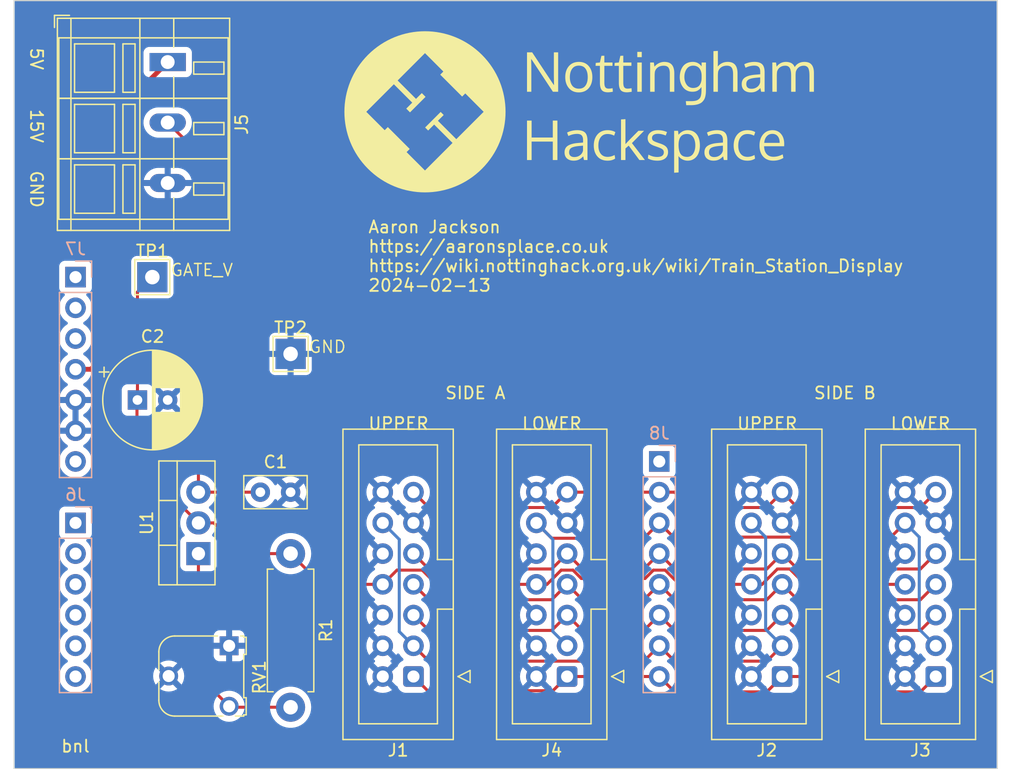
<source format=kicad_pcb>
(kicad_pcb (version 20221018) (generator pcbnew)
  (layers (0 "F.Cu" signal) (31 "B.Cu" signal) (34 "B.Paste" user) (35 "F.Paste" user) (36 "B.SilkS" user "B.Silkscreen") (37 "F.SilkS" user "F.Silkscreen") (38 "B.Mask" user) (39 "F.Mask" user) (44 "Edge.Cuts" user))
  (net 0 "")
  (net 1 "/STROBE")
  (net 2 "GND")
  (net 3 "/DATA_A")
  (net 4 "/BCD_C")
  (net 5 "/BCD_B")
  (net 6 "/GATE_V")
  (net 7 "/BCD_A")
  (net 8 "/CLOCK")
  (net 9 "/DATA_B")
  (net 10 "/+15V")
  (net 11 "Net-(U1-ADJ)")
  (net 23 "+5V")
  (footprint "Connector_IDC:IDC-Header_2x07_P2.54mm_Vertical" (layer "F.Cu") (at 200.66 88.9 180)
    (fp_text reference "J2")
    (fp_text value "Conn_02x07_Odd_Even")
  )
  (footprint "Package_TO_SOT_THT:TO-220-3_Vertical" (layer "F.Cu") (at 152.4 78.74 90)
    (fp_text reference "U1")
    (fp_text value "LM317_TO-220")
  )
  (footprint "Connector_IDC:IDC-Header_2x07_P2.54mm_Vertical" (layer "F.Cu") (at 182.88 88.9 180)
    (fp_text reference "J4")
    (fp_text value "Conn_02x07_Odd_Even")
  )
  (footprint "Potentiometer_THT:Potentiometer_Runtron_RM-065_Vertical" (layer "F.Cu") (at 154.94 86.36 -90)
    (fp_text reference "RV1")
    (fp_text value "5k")
  )
  (footprint "Capacitor_THT:CP_Radial_D8.0mm_P2.50mm" (layer "F.Cu") (at 147.36 66.04)
    (fp_text reference "C2")
    (fp_text value "1u")
  )
  (footprint "Capacitor_THT:C_Disc_D5.0mm_W2.5mm_P2.50mm" (layer "F.Cu") (at 157.52 73.66)
    (fp_text reference "C1")
    (fp_text value "0.1u")
  )
  (footprint "Connector_IDC:IDC-Header_2x07_P2.54mm_Vertical" (layer "F.Cu") (at 213.36 88.9 180)
    (fp_text reference "J3")
    (fp_text value "Conn_02x07_Odd_Even")
  )
  (footprint "TestPoint:TestPoint_THTPad_2.5x2.5mm_Drill1.2mm" (layer "F.Cu") (at 160.02 62.23)
    (fp_text reference "TP2")
    (fp_text value "Keystone 4952")
  )
  (footprint "TerminalBlock_WAGO:TerminalBlock_WAGO_236-103_1x03_P5.00mm_45Degree" (layer "F.Cu") (at 149.86 38.1 -90)
    (fp_text reference "J5")
    (fp_text value "Screw_Terminal_01x03")
  )
  (footprint "Resistor_THT:R_Axial_DIN0411_L9.9mm_D3.6mm_P12.70mm_Horizontal" (layer "F.Cu") (at 160.02 78.74 -90)
    (fp_text reference "R1")
    (fp_text value "240")
  )
  (footprint "TestPoint:TestPoint_THTPad_2.5x2.5mm_Drill1.2mm" (layer "F.Cu") (at 148.59 55.88)
    (fp_text reference "TP1")
    (fp_text value "Keystone 4952")
  )
  (footprint "Connector_IDC:IDC-Header_2x07_P2.54mm_Vertical" (layer "F.Cu") (at 170.18 88.9 180)
    (fp_text reference "J1")
    (fp_text value "Conn_02x07_Odd_Even")
  )
  (footprint "Connector_PinHeader_2.54mm:PinHeader_1x07_P2.54mm_Vertical" (layer "B.Cu") (at 142.24 55.88 180)
    (fp_text reference "J7")
    (fp_text value "Conn_01x07_Pin")
  )
  (footprint "Connector_PinHeader_2.54mm:PinHeader_1x08_P2.54mm_Vertical" (layer "B.Cu") (at 190.5 71.12 180)
    (fp_text reference "J8")
    (fp_text value "Conn_01x08_Pin")
  )
  (footprint "Connector_PinHeader_2.54mm:PinHeader_1x06_P2.54mm_Vertical" (layer "B.Cu") (at 142.24 76.2 180)
    (fp_text reference "J6")
    (fp_text value "Conn_01x06_Pin")
  )
  (gr_poly (pts (xy 193.296157 38.08787) (xy 193.325199 38.088955) (xy 193.353759 38.090764) (xy 193.381836 38.093296) (xy 193.409432 38.096551) (xy 193.436545 38.10053) (xy 193.463175 38.105233) (xy 193.489323 38.110659) (xy 193.514989 38.116808) (xy 193.540173 38.123681) (xy 193.564874 38.131278) (xy 193.589094 38.139598) (xy 193.61283 38.148641) (xy 193.636085 38.158408) (xy 193.658857 38.168898) (xy 193.681147 38.180112) (xy 193.703325 38.1918) (xy 193.725209 38.204262) (xy 193.746801 38.2175) (xy 193.7681 38.231513) (xy 193.789107 38.246301) (xy 193.80982 38.261864) (xy 193.830241 38.278202) (xy 193.850368 38.295316) (xy 193.870203 38.313204) (xy 193.889746 38.331868) (xy 193.908995 38.351307) (xy 193.927951 38.371521) (xy 193.946615 38.39251) (xy 193.964986 38.414275) (xy 193.983064 38.436814) (xy 194.000849 38.460129) (xy 194.000849 38.13822) (xy 194.360242 38.13822) (xy 194.360242 40.382765) (xy 194.359691 40.457454) (xy 194.358036 40.527183) (xy 194.355277 40.591951) (xy 194.351414 40.651757) (xy 194.349384 40.681351) (xy 194.346595 40.711702) (xy 194.343048 40.742811) (xy 194.338742 40.774678) (xy 194.333677 40.807303) (xy 194.327854 40.840685) (xy 194.321272 40.874826) (xy 194.313932 40.909725) (xy 194.306421 40.944382) (xy 194.298222 40.9778) (xy 194.289333 41.009977) (xy 194.279756 41.040914) (xy 194.26949 41.070611) (xy 194.258535 41.099067) (xy 194.246891 41.126283) (xy 194.234559 41.152259) (xy 194.228056 41.164937) (xy 194.221225 41.177615) (xy 194.214068 41.190293) (xy 194.206583 41.202971) (xy 194.198771 41.215649) (xy 194.190632 41.228327) (xy 194.182165 41.241005) (xy 194.173372 41.253683) (xy 194.154802 41.279039) (xy 194.134924 41.304395) (xy 194.113736 41.329751) (xy 194.091239 41.355107) (xy 194.079793 41.367897) (xy 194.068055 41.380359) (xy 194.056023 41.392495) (xy 194.043699 41.404303) (xy 194.031081 41.415783) (xy 194.018171 41.426937) (xy 194.004968 41.437763) (xy 193.991472 41.448262) (xy 193.977683 41.458433) (xy 193.963602 41.468278) (xy 193.949227 41.477794) (xy 193.93456 41.486984) (xy 193.9196 41.495847) (xy 193.904347 41.504382) (xy 193.888801 41.51259) (xy 193.872962 41.52047) (xy 193.857012 41.528368) (xy 193.840579 41.536076) (xy 193.806266 41.550925) (xy 193.770024 41.565015) (xy 193.731852 41.578348) (xy 193.691751 41.590922) (xy 193.64972 41.602739) (xy 193.60576 41.613798) (xy 193.55987 41.624099) (xy 193.51226 41.6334) (xy 193.463133 41.641462) (xy 193.412491 41.648283) (xy 193.360332 41.653864) (xy 193.306657 41.658205) (xy 193.251466 41.661305) (xy 193.194759 41.663166) (xy 193.136536 41.663786) (xy 192.728645 41.663786) (xy 192.695573 41.330853) (xy 193.145365 41.330853) (xy 193.191461 41.330439) (xy 193.23604 41.329199) (xy 193.279104 41.327132) (xy 193.320652 41.324238) (xy 193.360684 41.320517) (xy 193.3992 41.315969) (xy 193.4362 41.310595) (xy 193.471683 41.304394) (xy 193.488866 41.300949) (xy 193.505686 41.297228) (xy 193.522145 41.293232) (xy 193.538242 41.28896) (xy 193.553977 41.284413) (xy 193.569351 41.27959) (xy 193.584363 41.274491) (xy 193.599013 41.269117) (xy 193.613301 41.263467) (xy 193.627228 41.257541) (xy 193.640793 41.25134) (xy 193.653996 41.244863) (xy 193.666838 41.238111) (xy 193.679318 41.231083) (xy 193.691436 41.22378) (xy 193.703193 41.216201) (xy 193.714631 41.208699) (xy 193.725793 41.201077) (xy 193.73668 41.193334) (xy 193.747291 41.18547) (xy 193.757626 41.177486) (xy 193.767686 41.169382) (xy 193.77747 41.161157) (xy 193.786978 41.152811) (xy 193.796211 41.144345) (xy 193.805168 41.135758) (xy 193.81385 41.12705) (xy 193.822256 41.118222) (xy 193.830387 41.109274) (xy 193.838242 41.100205) (xy 193.845822 41.091015) (xy 193.853126 41.081704) (xy 193.860179 41.072428) (xy 193.867009 41.062791) (xy 193.873615 41.052791) (xy 193.879997 41.04243) (xy 193.886155 41.031707) (xy 193.892089 41.020623) (xy 193.897799 41.009176) (xy 193.903286 40.997368) (xy 193.908548 40.985199) (xy 193.913586 40.972667) (xy 193.918401 40.959774) (xy 193.922992 40.946519) (xy 193.927358 40.932902) (xy 193.931501 40.918924) (xy 193.93542 40.904583) (xy 193.939115 40.889881) (xy 193.946486 40.860667) (xy 193.953169 40.831453) (xy 193.959163 40.802238) (xy 193.964468 40.773024) (xy 193.969084 40.743809) (xy 193.973011 40.714595) (xy 193.976248 40.685381) (xy 193.978797 40.656166) (xy 193.981382 40.626676) (xy 193.983622 40.595533) (xy 193.985518 40.562736) (xy 193.987069 40.528285) (xy 193.988275 40.49218) (xy 193.989137 40.454422) (xy 193.989654 40.41501) (xy 193.989826 40.373944) (xy 193.989826 40.160073) (xy 193.973126 40.18344) (xy 193.956098 40.206134) (xy 193.938743 40.228157) (xy 193.921061 40.249508) (xy 193.903052 40.270187) (xy 193.884715 40.290195) (xy 193.866052 40.30953) (xy 193.84706 40.328194) (xy 193.827742 40.346186) (xy 193.808096 40.363506) (xy 193.788123 40.380155) (xy 193.767823 40.396131) (xy 193.747195 40.411436) (xy 193.72624 40.426069) (xy 193.704957 40.44003) (xy 193.683347 40.45332) (xy 193.661205 40.465602) (xy 193.638321 40.477091) (xy 193.614697 40.487788) (xy 193.590332 40.497693) (xy 193.565226 40.506805) (xy 193.539379 40.515125) (xy 193.512792 40.522652) (xy 193.485464 40.529387) (xy 193.457395 40.53533) (xy 193.428585 40.54048) (xy 193.399035 40.544838) (xy 193.368744 40.548404) (xy 193.337713 40.551177) (xy 193.305941 40.553158) (xy 193.273428 40.554347) (xy 193.240174 40.554743) (xy 193.214388 40.554467) (xy 193.188842 40.55364) (xy 193.163538 40.552262) (xy 193.138475 40.550333) (xy 193.113653 40.547853) (xy 193.089072 40.544821) (xy 193.064733 40.541238) (xy 193.040635 40.537104) (xy 193.016777 40.532419) (xy 192.993161 40.527182) (xy 192.969786 40.521394) (xy 192.946652 40.515056) (xy 192.92376 40.508165) (xy 192.901108 40.500724) (xy 192.878698 40.492731) (xy 192.856528 40.484188) (xy 192.834962 40.474912) (xy 192.813809 40.465274) (xy 192.79307 40.455274) (xy 192.772744 40.444913) (xy 192.752831 40.43419) (xy 192.733332 40.423106) (xy 192.714247 40.411659) (xy 192.695574 40.399851) (xy 192.677315 40.387682) (xy 192.65947 40.37515) (xy 192.642038 40.362257) (xy 192.625019 40.349002) (xy 192.608414 40.335385) (xy 192.592222 40.321407) (xy 192.576444 40.307067) (xy 192.561079 40.292365) (xy 192.546325 40.277336) (xy 192.531829 40.262013) (xy 192.517592 40.246398) (xy 192.503614 40.230491) (xy 192.489894 40.21429) (xy 192.476432 40.197797) (xy 192.463228 40.18101) (xy 192.450283 40.163931) (xy 192.437597 40.146559) (xy 192.425169 40.128895) (xy 192.412999 40.110937) (xy 192.401087 40.092687) (xy 192.389434 40.074144) (xy 192.378039 40.055308) (xy 192.366903 40.036179) (xy 192.356025 40.016758) (xy 192.335769 39.977449) (xy 192.31689 39.937796) (xy 192.299389 39.897799) (xy 192.283266 39.857456) (xy 192.268521 39.81677) (xy 192.255154 39.775739) (xy 192.243165 39.734363) (xy 192.232554 39.692643) (xy 192.223769 39.650717) (xy 192.216155 39.608721) (xy 192.209712 39.566657) (xy 192.204441 39.524524) (xy 192.200341 39.482321) (xy 192.197412 39.44005) (xy 192.195655 39.39771) (xy 192.195069 39.3553) (xy 192.195372 39.335455) (xy 192.574308 39.335455) (xy 192.574721 39.367391) (xy 192.575962 39.399258) (xy 192.578029 39.431056) (xy 192.580923 39.462786) (xy 192.584643 39.494446) (xy 192.589191 39.526038) (xy 192.594565 39.55756) (xy 192.600767 39.589014) (xy 192.607863 39.62033) (xy 192.615924 39.651439) (xy 192.62495 39.682341) (xy 192.63494 39.713037) (xy 192.645896 39.743526) (xy 192.657816 39.773808) (xy 192.670701 39.803884) (xy 192.68455 39.833753) (xy 192.69926 39.86307) (xy 192.714728 39.891492) (xy 192.730955 39.919019) (xy 192.747939 39.945649) (xy 192.765681 39.971384) (xy 192.784182 39.996223) (xy 192.80344 40.020166) (xy 192.823457 40.043214) (xy 192.833809 40.054109) (xy 192.844471 40.064746) (xy 192.855444 40.075124) (xy 192.866726 40.085244) (xy 192.878319 40.095106) (xy 192.890221 40.104709) (xy 192.902434 40.114054) (xy 192.914957 40.12314) (xy 192.927789 40.131968) (xy 192.940932 40.140538) (xy 192.954385 40.148849) (xy 192.968148 40.156902) (xy 192.982221 40.164697) (xy 192.996604 40.172233) (xy 193.011298 40.179511) (xy 193.026301 40.18653) (xy 193.041821 40.193205) (xy 193.057513 40.199449) (xy 193.073378 40.205262) (xy 193.089415 40.210645) (xy 193.105624 40.215597) (xy 193.122006 40.220119) (xy 193.138559 40.22421) (xy 193.155285 40.22787) (xy 193.172183 40.2311) (xy 193.189254 40.233899) (xy 193.206497 40.236268) (xy 193.223912 40.238206) (xy 193.241499 40.239713) (xy 193.259259 40.240789) (xy 193.277191 40.241435) (xy 193.295295 40.241651) (xy 193.295295 40.241653) (xy 193.318541 40.241395) (xy 193.341425 40.240619) (xy 193.363947 40.239328) (xy 193.386107 40.237519) (xy 193.407906 40.235193) (xy 193.429343 40.232351) (xy 193.450418 40.228992) (xy 193.471132 40.225116) (xy 193.491483 40.220724) (xy 193.511473 40.215815) (xy 193.531101 40.210389) (xy 193.550368 40.204446) (xy 193.569273 40.197986) (xy 193.587816 40.19101) (xy 193.605997 40.183517) (xy 193.623817 40.175507) (xy 193.641214 40.167041) (xy 193.65813 40.158178) (xy 193.674563 40.14892) (xy 193.690514 40.139265) (xy 193.705982 40.129214) (xy 193.720969 40.118767) (xy 193.735473 40.107923) (xy 193.749495 40.096684) (xy 193.763034 40.085048) (xy 193.776091 40.073016) (xy 193.788666 40.060588) (xy 193.800758 40.047763) (xy 193.812368 40.034543) (xy 193.823495 40.020926) (xy 193.83414 40.006913) (xy 193.844303 39.992504) (xy 193.854062 39.977793) (xy 193.863493 39.962876) (xy 193.872596 39.947752) (xy 193.881373 39.932422) (xy 193.889822 39.916884) (xy 193.897944 39.90114) (xy 193.905738 39.88519) (xy 193.913206 39.869032) (xy 193.920346 39.852668) (xy 193.927158 39.836097) (xy 193.933644 39.81932) (xy 193.939802 39.802335) (xy 193.945633 39.785144) (xy 193.951136 39.767746) (xy 193.956312 39.750142) (xy 193.961161 39.732331) (xy 193.970463 39.696088) (xy 193.978525 39.659019) (xy 193.985346 39.621123) (xy 193.990927 39.5824) (xy 193.995268 39.542851) (xy 193.998369 39.502474) (xy 194.000229 39.461271) (xy 194.000849 39.419241) (xy 194.000849 39.240647) (xy 194.000229 39.196998) (xy 193.998369 39.154245) (xy 193.995268 39.112387) (xy 193.990927 39.071425) (xy 193.985346 39.031359) (xy 193.978525 38.992188) (xy 193.970463 38.953913) (xy 193.961161 38.916534) (xy 193.956028 38.897922) (xy 193.95055 38.879568) (xy 193.944728 38.861473) (xy 193.938561 38.843636) (xy 193.93205 38.826057) (xy 193.925194 38.808737) (xy 193.917994 38.791675) (xy 193.91045 38.774872) (xy 193.90256 38.758327) (xy 193.894327 38.74204) (xy 193.885749 38.726012) (xy 193.876826 38.710242) (xy 193.867559 38.69473) (xy 193.857947 38.679477) (xy 193.847991 38.664483) (xy 193.83769 38.649746) (xy 193.827269 38.63507) (xy 193.8164 38.620807) (xy 193.805082 38.606958) (xy 193.793317 38.593522) (xy 193.781104 38.5805) (xy 193.768444 38.56789) (xy 193.755335 38.555695) (xy 193.741778 38.543913) (xy 193.727774 38.532544) (xy 193.713321 38.521588) (xy 193.698421 38.511046) (xy 193.683073 38.500918) (xy 193.667278 38.491203) (xy 193.651034 38.481901) (xy 193.634343 38.473013) (xy 193.617204 38.464538) (xy 193.599935 38.456528) (xy 193.582305 38.449035) (xy 193.564313 38.442059) (xy 193.545959 38.435599) (xy 193.527243 38.429657) (xy 193.508166 38.424231) (xy 193.488727 38.419321) (xy 193.468927 38.414929) (xy 193.448764 38.411053) (xy 193.42824 38.407694) (xy 193.407354 38.404852) (xy 193.386107 38.402526) (xy 193.364497 38.400718) (xy 193.342526 38.399426) (xy 193.320193 38.39865) (xy 193.297498 38.398392) (xy 193.278585 38.398616) (xy 193.259878 38.399288) (xy 193.241378 38.400407) (xy 193.223085 38.401975) (xy 193.204998 38.40399) (xy 193.187118 38.406454) (xy 193.169445 38.409365) (xy 193.151978 38.412724) (xy 193.134718 38.41653) (xy 193.117665 38.420785) (xy 193.100819 38.425487) (xy 193.084179 38.430638) (xy 193.067746 38.436236) (xy 193.05152 38.442282) (xy 193.0355 38.448776) (xy 193.019688 38.455718) (xy 193.004417 38.46303) (xy 192.989474 38.470635) (xy 192.974858 38.478533) (xy 192.96057 38.486723) (xy 192.946608 38.495207) (xy 192.932974 38.503983) (xy 192.919668 38.513052) (xy 192.906688 38.522414) (xy 192.894036 38.532069) (xy 192.881711 38.542017) (xy 192.869714 38.552258) (xy 192.858043 38.562791) (xy 192.8467 38.573617) (xy 192.835684 38.584736) (xy 192.824995 38.596148) (xy 192.814634 38.607853) (xy 192.804799 38.619557) (xy 192.795135 38.63152) (xy 192.785645 38.643742) (xy 192.776326 38.656222) (xy 192.767179 38.66896) (xy 192.758205 38.681957) (xy 192.749403 38.695212) (xy 192.740773 38.708725) (xy 192.732316 38.722497) (xy 192.72403 38.736527) (xy 192.715917 38.750816) (xy 192.707976 38.765363) (xy 192.700207 38.780168) (xy 192.69261 38.795232) (xy 192.677933 38.826134) (xy 192.664636 38.857071) (xy 192.652303 38.888146) (xy 192.640934 38.919358) (xy 192.63053 38.950709) (xy 192.621091 38.982197) (xy 192.612616 39.013823) (xy 192.605106 39.045586) (xy 192.59856 39.077488) (xy 192.592876 39.109492) (xy 192.58795 39.141566) (xy 192.583782 39.173708) (xy 192.580371 39.20592) (xy 192.577718 39.2382) (xy 192.575824 39.27055) (xy 192.574687 39.302968) (xy 192.574308 39.335455) (xy 192.195372 39.335455) (xy 192.196068 39.289775) (xy 192.199065 39.22549) (xy 192.204061 39.162444) (xy 192.211055 39.10064) (xy 192.220047 39.040075) (xy 192.231037 38.980751) (xy 192.244026 38.922666) (xy 192.259013 38.865822) (xy 192.267522 38.8379) (xy 192.276514 38.810356) (xy 192.285988 38.783192) (xy 192.295944 38.756406) (xy 192.306383 38.73) (xy 192.317304 38.703972) (xy 192.328707 38.678323) (xy 192.340593 38.653054) (xy 192.352961 38.628163) (xy 192.365811 38.603651) (xy 192.379143 38.579518) (xy 192.392958 38.555765) (xy 192.407255 38.53239) (xy 192.422035 38.509394) (xy 192.437296 38.486777) (xy 192.45304 38.464539) (xy 192.469335 38.442792) (xy 192.486251 38.421647) (xy 192.503786 38.401106) (xy 192.521942 38.381168) (xy 192.540717 38.361832) (xy 192.560113 38.343099) (xy 192.580129 38.324969) (xy 192.600765 38.307442) (xy 192.622021 38.290518) (xy 192.643898 38.274197) (xy 192.666394 38.258479) (xy 192.689511 38.243364) (xy 192.713247 38.228851) (xy 192.737604 38.214941) (xy 192.762581 38.201635) (xy 192.788178 38.188931) (xy 192.814594 38.176649) (xy 192.841474 38.16516) (xy 192.86882 38.154463) (xy 192.89663 38.144559) (xy 192.924906 38.135446) (xy 192.953647 38.127127) (xy 192.982853 38.119599) (xy 193.012524 38.112864) (xy 193.04266 38.106921) (xy 193.073261 38.101771) (xy 193.104327 38.097413) (xy 193.135858 38.093847) (xy 193.167854 38.091074) (xy 193.200315 38.089093) (xy 193.233241 38.087904) (xy 193.266633 38.087508)) (fill solid) (layer "F.SilkS"))
  (gr_poly (pts (xy 192.893064 43.732587) (xy 192.933216 43.734525) (xy 192.972576 43.737754) (xy 193.011144 43.742276) (xy 193.04892 43.74809) (xy 193.085902 43.755195) (xy 193.122093 43.763592) (xy 193.157491 43.773282) (xy 193.192097 43.784263) (xy 193.225911 43.796536) (xy 193.258932 43.810101) (xy 193.291161 43.824959) (xy 193.322597 43.841108) (xy 193.353241 43.858549) (xy 193.383093 43.877282) (xy 193.412153 43.897306) (xy 193.440342 43.918433) (xy 193.467584 43.940473) (xy 193.493878 43.963426) (xy 193.519225 43.987292) (xy 193.543625 44.012071) (xy 193.567078 44.037763) (xy 193.589582 44.064367) (xy 193.61114 44.091885) (xy 193.63175 44.120315) (xy 193.651413 44.149659) (xy 193.670128 44.179915) (xy 193.687896 44.211084) (xy 193.704717 44.243167) (xy 193.72059 44.276162) (xy 193.735516 44.31007) (xy 193.749494 44.344891) (xy 193.762844 44.380539) (xy 193.775332 44.416928) (xy 193.78696 44.454058) (xy 193.797726 44.491928) (xy 193.807631 44.530539) (xy 193.816674 44.56989) (xy 193.824856 44.609983) (xy 193.832177 44.650816) (xy 193.838637 44.692389) (xy 193.844235 44.734704) (xy 193.848973 44.777759) (xy 193.852848 44.821554) (xy 193.855863 44.866091) (xy 193.858016 44.911368) (xy 193.859308 44.957385) (xy 193.859739 45.004144) (xy 193.859274 45.049033) (xy 193.857879 45.093303) (xy 193.855553 45.136952) (xy 193.852297 45.179981) (xy 193.848112 45.22239) (xy 193.842996 45.264179) (xy 193.83695 45.305348) (xy 193.829973 45.345897) (xy 193.822067 45.385825) (xy 193.81323 45.425134) (xy 193.803463 45.463822) (xy 193.792767 45.50189) (xy 193.781139 45.539339) (xy 193.768582 45.576167) (xy 193.755095 45.612375) (xy 193.740678 45.647963) (xy 193.725355 45.682508) (xy 193.709155 45.716141) (xy 193.692076 45.748861) (xy 193.674118 45.780667) (xy 193.655282 45.811561) (xy 193.635568 45.841542) (xy 193.614975 45.87061) (xy 193.593503 45.898765) (xy 193.571153 45.926008) (xy 193.547925 45.952337) (xy 193.523818 45.977753) (xy 193.498832 46.002256) (xy 193.472968 46.025847) (xy 193.446225 46.048524) (xy 193.418604 46.070289) (xy 193.390104 46.09114) (xy 193.361131 46.110631) (xy 193.331538 46.128864) (xy 193.301324 46.14584) (xy 193.270491 46.161558) (xy 193.239037 46.176019) (xy 193.206963 46.189222) (xy 193.174269 46.201168) (xy 193.140955 46.211856) (xy 193.107021 46.221287) (xy 193.072467 46.22946) (xy 193.037292 46.236376) (xy 193.001498 46.242035) (xy 192.965083 46.246436) (xy 192.928048 46.24958) (xy 192.890394 46.251466) (xy 192.852119 46.252095) (xy 192.823016 46.25169) (xy 192.794138 46.250475) (xy 192.765483 46.248451) (xy 192.737052 46.245618) (xy 192.708846 46.241975) (xy 192.680863 46.237522) (xy 192.653104 46.232259) (xy 192.625569 46.226187) (xy 192.598258 46.219306) (xy 192.571171 46.211614) (xy 192.544308 46.203113) (xy 192.517669 46.193803) (xy 192.491254 46.183683) (xy 192.465063 46.172753) (xy 192.439096 46.161014) (xy 192.413352 46.148465) (xy 192.38804 46.134977) (xy 192.363364 46.120973) (xy 192.339326 46.106452) (xy 192.315926 46.091414) (xy 192.293162 46.075859) (xy 192.271036 46.059788) (xy 192.249548 46.0432) (xy 192.228696 46.026095) (xy 192.208482 46.008474) (xy 192.188906 45.990335) (xy 192.169966 45.97168) (xy 192.151664 45.952508) (xy 192.133999 45.932819) (xy 192.116971 45.912614) (xy 192.100581 45.891891) (xy 192.084827 45.870652) (xy 192.090617 45.988888) (xy 192.094751 46.105471) (xy 192.09723 46.220399) (xy 192.098057 46.333674) (xy 192.098057 47.22664) (xy 191.729847 47.250897) (xy 191.729847 44.951231) (xy 192.095853 44.951231) (xy 192.096491 45.011744) (xy 192.098403 45.070362) (xy 192.10159 45.127085) (xy 192.106051 45.181914) (xy 192.111787 45.234847) (xy 192.118798 45.285886) (xy 192.127084 45.33503) (xy 192.136644 45.38228) (xy 192.147479 45.427634) (xy 192.159588 45.471094) (xy 192.172973 45.512659) (xy 192.187631 45.552329) (xy 192.203565 45.590104) (xy 192.220773 45.625985) (xy 192.239255 45.659971) (xy 192.259013 45.692062) (xy 192.269554 45.70739) (xy 192.28051 45.722232) (xy 192.291879 45.736588) (xy 192.303661 45.750456) (xy 192.315856 45.763838) (xy 192.328465 45.776734) (xy 192.341488 45.789143) (xy 192.354924 45.801065) (xy 192.368773 45.8125) (xy 192.383036 45.823449) (xy 192.397712 45.833911) (xy 192.412801 45.843887) (xy 192.428304 45.853376) (xy 192.444221 45.862379) (xy 192.46055 45.870894) (xy 192.477293 45.878924) (xy 192.49445 45.886466) (xy 192.51202 45.893522) (xy 192.530003 45.900091) (xy 192.5484 45.906174) (xy 192.586434 45.91688) (xy 192.626121 45.925639) (xy 192.667461 45.932451) (xy 192.710456 45.937318) (xy 192.755103 45.940237) (xy 192.801405 45.941211) (xy 192.822213 45.940918) (xy 192.842747 45.940039) (xy 192.863004 45.938575) (xy 192.882986 45.936525) (xy 192.902692 45.93389) (xy 192.922122 45.930668) (xy 192.941277 45.926861) (xy 192.960156 45.922469) (xy 192.978759 45.917491) (xy 192.997087 45.911927) (xy 193.015139 45.905777) (xy 193.032916 45.899042) (xy 193.050417 45.891722) (xy 193.067643 45.883815) (xy 193.084593 45.875323) (xy 193.101267 45.866246) (xy 193.117606 45.856384) (xy 193.133548 45.846092) (xy 193.149094 45.835369) (xy 193.164244 45.824216) (xy 193.178998 45.812632) (xy 193.193355 45.800617) (xy 193.207316 45.788172) (xy 193.220881 45.775296) (xy 193.23405 45.761989) (xy 193.246823 45.748252) (xy 193.259199 45.734084) (xy 193.271179 45.719486) (xy 193.282763 45.704457) (xy 193.293951 45.688997) (xy 193.304742 45.673106) (xy 193.315137 45.656785) (xy 193.32518 45.640111) (xy 193.334912 45.623161) (xy 193.344335 45.605936) (xy 193.353447 45.588435) (xy 193.362249 45.570658) (xy 193.370742 45.552606) (xy 193.378924 45.534278) (xy 193.386797 45.515675) (xy 193.394359 45.496795) (xy 193.401611 45.477641) (xy 193.408553 45.45821) (xy 193.415185 45.438504) (xy 193.421507 45.418523) (xy 193.427519 45.398266) (xy 193.438612 45.356924) (xy 193.448431 45.314067) (xy 193.45694 45.270384) (xy 193.46414 45.225873) (xy 193.470031 45.180536) (xy 193.474613 45.134372) (xy 193.477885 45.087381) (xy 193.479849 45.039563) (xy 193.480503 44.990918) (xy 193.479823 44.939689) (xy 193.477781 44.889632) (xy 193.474379 44.840746) (xy 193.469616 44.793032) (xy 193.463493 44.746489) (xy 193.456008 44.701117) (xy 193.447163 44.656917) (xy 193.436957 44.613888) (xy 193.42539 44.57203) (xy 193.412462 44.531343) (xy 193.398174 44.491828) (xy 193.382525 44.453484) (xy 193.365515 44.416312) (xy 193.347144 44.380311) (xy 193.327413 44.345481) (xy 193.306321 44.311822) (xy 193.283919 44.279516) (xy 193.260259 44.249293) (xy 193.247958 44.234964) (xy 193.235342 44.221156) (xy 193.222412 44.207868) (xy 193.209168 44.195102) (xy 193.195609 44.182857) (xy 193.181736 44.171133) (xy 193.167549 44.15993) (xy 193.153047 44.149248) (xy 193.138231 44.139087) (xy 193.123101 44.129447) (xy 193.107656 44.120329) (xy 193.091897 44.111731) (xy 193.075823 44.103654) (xy 193.059435 44.096099) (xy 193.042733 44.089064) (xy 193.025717 44.082551) (xy 193.008386 44.076559) (xy 192.990741 44.071088) (xy 192.972781 44.066138) (xy 192.954507 44.061708) (xy 192.917016 44.054414) (xy 192.878267 44.049203) (xy 192.838261 44.046077) (xy 192.796998 44.045034) (xy 192.753861 44.045919) (xy 192.712094 44.048574) (xy 192.671696 44.052999) (xy 192.632667 44.059194) (xy 192.595008 44.067158) (xy 192.558719 44.076893) (xy 192.523798 44.088397) (xy 192.490248 44.101672) (xy 192.458066 44.116716) (xy 192.427254 44.13353) (xy 192.397812 44.152114) (xy 192.369738 44.172468) (xy 192.343035 44.194592) (xy 192.3177 44.218486) (xy 192.293735 44.244149) (xy 192.27114 44.271583) (xy 192.249914 44.300787) (xy 192.230057 44.33176) (xy 192.21157 44.364504) (xy 192.194452 44.399017) (xy 192.178704 44.4353) (xy 192.164325 44.473353) (xy 192.151315 44.513177) (xy 192.139675 44.55477) (xy 192.129404 44.598132) (xy 192.120503 44.643265) (xy 192.112971 44.690168) (xy 192.106809 44.738841) (xy 192.102016 44.789284) (xy 192.098592 44.841496) (xy 192.096538 44.895479) (xy 192.095853 44.951231) (xy 191.729847 44.951231) (xy 191.729847 43.782653) (xy 192.053962 43.782653) (xy 192.08924 44.111177) (xy 192.129427 44.065254) (xy 192.170612 44.022294) (xy 192.212797 43.982296) (xy 192.255981 43.945261) (xy 192.300164 43.911189) (xy 192.345346 43.88008) (xy 192.391528 43.851934) (xy 192.438708 43.82675) (xy 192.486888 43.804529) (xy 192.536066 43.785271) (xy 192.586244 43.768976) (xy 192.637421 43.755643) (xy 192.689597 43.745273) (xy 192.742772 43.737866) (xy 192.796946 43.733422) (xy 192.852119 43.731941)) (fill solid) (layer "F.SilkS"))
  (gr_poly (pts (xy 198.41536 38.088282) (xy 198.468888 38.090608) (xy 198.520435 38.094484) (xy 198.570001 38.09991) (xy 198.617586 38.106886) (xy 198.66319 38.115413) (xy 198.706814 38.125489) (xy 198.748456 38.137117) (xy 198.788118 38.150294) (xy 198.825799 38.165022) (xy 198.861499 38.1813) (xy 198.895218 38.199128) (xy 198.926956 38.218507) (xy 198.956713 38.239436) (xy 198.98449 38.261915) (xy 199.010285 38.285944) (xy 199.034581 38.311558) (xy 199.05731 38.339343) (xy 199.078471 38.369298) (xy 199.098065 38.401423) (xy 199.116091 38.435719) (xy 199.13255 38.472185) (xy 199.147441 38.510822) (xy 199.160765 38.551629) (xy 199.172521 38.594606) (xy 199.18271 38.639754) (xy 199.191332 38.687073) (xy 199.198386 38.736561) (xy 199.203872 38.788221) (xy 199.207791 38.84205) (xy 199.210142 38.89805) (xy 199.210926 38.956221) (xy 199.210926 40.556947) (xy 198.924296 40.556947) (xy 198.907895 40.485014) (xy 198.891772 40.410324) (xy 198.875925 40.332879) (xy 198.860355 40.252677) (xy 198.83537 40.277275) (xy 198.810574 40.300908) (xy 198.785967 40.323577) (xy 198.76155 40.345281) (xy 198.737322 40.36602) (xy 198.713284 40.385795) (xy 198.689435 40.404605) (xy 198.665776 40.422451) (xy 198.642306 40.439332) (xy 198.619026 40.455248) (xy 198.595935 40.4702) (xy 198.573034 40.484187) (xy 198.550322 40.497209) (xy 198.527799 40.509267) (xy 198.505466 40.52036) (xy 198.483323 40.530489) (xy 198.461033 40.539834) (xy 198.438261 40.548575) (xy 198.415007 40.556714) (xy 198.39127 40.56425) (xy 198.367051 40.571184) (xy 198.34235 40.577514) (xy 198.317167 40.583241) (xy 198.291501 40.588366) (xy 198.265353 40.592888) (xy 198.238723 40.596807) (xy 198.21161 40.600122) (xy 198.184015 40.602836) (xy 198.155938 40.604946) (xy 198.127378 40.606453) (xy 198.098336 40.607357) (xy 198.068812 40.607659) (xy 198.026885 40.60697) (xy 197.985991 40.604903) (xy 197.946131 40.601458) (xy 197.907305 40.596634) (xy 197.869513 40.590433) (xy 197.832753 40.582854) (xy 197.797028 40.573897) (xy 197.762336 40.563561) (xy 197.728678 40.551848) (xy 197.696053 40.538757) (xy 197.664461 40.524287) (xy 197.633903 40.50844) (xy 197.604379 40.491215) (xy 197.575888 40.472611) (xy 197.548431 40.45263) (xy 197.522007 40.43127) (xy 197.497177 40.408343) (xy 197.473948 40.38421) (xy 197.452322 40.358871) (xy 197.432297 40.332327) (xy 197.413874 40.304577) (xy 197.397053 40.275621) (xy 197.381834 40.245459) (xy 197.368217 40.214091) (xy 197.356202 40.181518) (xy 197.345789 40.147739) (xy 197.336978 40.112754) (xy 197.329769 40.076564) (xy 197.324162 40.039167) (xy 197.320157 40.000565) (xy 197.317754 39.960757) (xy 197.316953 39.919743) (xy 197.317006 39.917539) (xy 197.693986 39.917539) (xy 197.694434 39.941422) (xy 197.695777 39.964564) (xy 197.698016 39.986966) (xy 197.701152 40.008627) (xy 197.705182 40.029547) (xy 197.710109 40.049727) (xy 197.715931 40.069166) (xy 197.722649 40.087864) (xy 197.730263 40.105821) (xy 197.738772 40.123038) (xy 197.748177 40.139514) (xy 197.758478 40.15525) (xy 197.769675 40.170244) (xy 197.781768 40.184498) (xy 197.794756 40.198012) (xy 197.80864 40.210785) (xy 197.823307 40.222799) (xy 197.838646 40.234039) (xy 197.854656 40.244503) (xy 197.871339 40.254193) (xy 197.888693 40.263107) (xy 197.90672 40.271246) (xy 197.925418 40.27861) (xy 197.944788 40.285199) (xy 197.964829 40.291012) (xy 197.985543 40.296051) (xy 198.006928 40.300314) (xy 198.028986 40.303802) (xy 198.051715 40.306515) (xy 198.075116 40.308453) (xy 198.099188 40.309616) (xy 198.123933 40.310003) (xy 198.15648 40.309443) (xy 198.188528 40.307764) (xy 198.220076 40.304965) (xy 198.251125 40.301046) (xy 198.281674 40.296008) (xy 198.311724 40.28985) (xy 198.341275 40.282572) (xy 198.370325 40.274174) (xy 198.398877 40.264657) (xy 198.426929 40.254021) (xy 198.454481 40.242264) (xy 198.481533 40.229388) (xy 198.508086 40.215393) (xy 198.53414 40.200277) (xy 198.559694 40.184042) (xy 198.584748 40.166687) (xy 198.609269 40.14811) (xy 198.632669 40.128757) (xy 198.65495 40.108629) (xy 198.676112 40.087726) (xy 198.696154 40.066048) (xy 198.715076 40.043595) (xy 198.732878 40.020366) (xy 198.749561 39.996363) (xy 198.765124 39.971584) (xy 198.779568 39.94603) (xy 198.792892 39.919701) (xy 198.805096 39.892597) (xy 198.816181 39.864717) (xy 198.826145 39.836062) (xy 198.834991 39.806633) (xy 198.842716 39.776428) (xy 198.842716 39.36853) (xy 198.838203 39.368702) (xy 198.830175 39.369219) (xy 198.803579 39.371286) (xy 198.762927 39.37473) (xy 198.708219 39.379553) (xy 198.607898 39.388372) (xy 198.573447 39.391128) (xy 198.54947 39.392782) (xy 198.434369 39.404392) (xy 198.328295 39.418276) (xy 198.231247 39.434433) (xy 198.143225 39.452864) (xy 198.102599 39.462933) (xy 198.06423 39.473569) (xy 198.028117 39.484774) (xy 197.99426 39.496548) (xy 197.96266 39.50889) (xy 197.933317 39.5218) (xy 197.90623 39.535279) (xy 197.8814 39.549327) (xy 197.86987 39.556628) (xy 197.858705 39.564201) (xy 197.847907 39.572045) (xy 197.837474 39.58016) (xy 197.827408 39.588547) (xy 197.817708 39.597205) (xy 197.808374 39.606134) (xy 197.799406 39.615335) (xy 197.790804 39.624806) (xy 197.782568 39.63455) (xy 197.774698 39.644564) (xy 197.767194 39.65485) (xy 197.760056 39.665407) (xy 197.753284 39.676235) (xy 197.746878 39.687335) (xy 197.740839 39.698706) (xy 197.735165 39.710348) (xy 197.729857 39.722262) (xy 197.724916 39.734447) (xy 197.72034 39.746903) (xy 197.716131 39.75963) (xy 197.712288 39.772629) (xy 197.70881 39.785899) (xy 197.705699 39.799441) (xy 197.702954 39.813253) (xy 197.700574 39.827337) (xy 197.696914 39.856319) (xy 197.694718 39.886386) (xy 197.693986 39.917539) (xy 197.317006 39.917539) (xy 197.318047 39.87419) (xy 197.321329 39.830136) (xy 197.326798 39.787581) (xy 197.334455 39.746524) (xy 197.344299 39.706966) (xy 197.356331 39.668906) (xy 197.370551 39.632345) (xy 197.386959 39.597283) (xy 197.405554 39.563719) (xy 197.426337 39.531654) (xy 197.449307 39.501087) (xy 197.474465 39.472019) (xy 197.501811 39.44445) (xy 197.531344 39.418379) (xy 197.563065 39.393807) (xy 197.596973 39.370733) (xy 197.633216 39.348934) (xy 197.671387 39.328186) (xy 197.711488 39.308489) (xy 197.753518 39.289843) (xy 197.797477 39.272247) (xy 197.843365 39.255702) (xy 197.891183 39.240208) (xy 197.94093 39.225764) (xy 197.992606 39.212371) (xy 198.046212 39.200029) (xy 198.101747 39.188738) (xy 198.159211 39.178497) (xy 198.218604 39.169308) (xy 198.279927 39.161169) (xy 198.343178 39.15408) (xy 198.40836 39.148043) (xy 198.499309 39.140326) (xy 198.62664 39.130405) (xy 198.847126 39.110561) (xy 198.847126 38.89669) (xy 198.846661 38.865236) (xy 198.845266 38.834816) (xy 198.84294 38.80543) (xy 198.839684 38.777077) (xy 198.835499 38.749757) (xy 198.830383 38.723471) (xy 198.824336 38.698219) (xy 198.81736 38.673999) (xy 198.809453 38.650814) (xy 198.800616 38.628662) (xy 198.79085 38.607544) (xy 198.780152 38.587459) (xy 198.768525 38.568407) (xy 198.755967 38.550389) (xy 198.74248 38.533405) (xy 198.728062 38.517454) (xy 198.712645 38.502503) (xy 198.696161 38.488515) (xy 198.678608 38.475493) (xy 198.659988 38.463435) (xy 198.640299 38.452342) (xy 198.619543 38.442214) (xy 198.597718 38.43305) (xy 198.574826 38.42485) (xy 198.550865 38.417616) (xy 198.525837 38.411346) (xy 198.49974 38.40604) (xy 198.472576 38.401699) (xy 198.444344 38.398323) (xy 198.415043 38.395912) (xy 198.384675 38.394465) (xy 198.353239 38.393982) (xy 198.308564 38.394671) (xy 198.263838 38.396738) (xy 198.219061 38.400183) (xy 198.174231 38.405007) (xy 198.12935 38.411208) (xy 198.084418 38.418787) (xy 198.039434 38.427744) (xy 197.994398 38.43808) (xy 197.94931 38.449793) (xy 197.904171 38.462884) (xy 197.85898 38.477354) (xy 197.813738 38.493201) (xy 197.768444 38.510426) (xy 197.723098 38.52903) (xy 197.677701 38.549011) (xy 197.632252 38.570371) (xy 197.624533 38.550941) (xy 197.612405 38.519108) (xy 197.595868 38.474873) (xy 197.574921 38.418235) (xy 197.539646 38.321222) (xy 197.526417 38.285944) (xy 197.546769 38.27479) (xy 197.567586 38.26393) (xy 197.610615 38.243087) (xy 197.655505 38.223416) (xy 197.702255 38.204916) (xy 197.750865 38.187587) (xy 197.801336 38.171429) (xy 197.853668 38.156443) (xy 197.907859 38.142628) (xy 197.963635 38.129709) (xy 198.019617 38.118513) (xy 198.075806 38.109039) (xy 198.132202 38.101288) (xy 198.188804 38.095259) (xy 198.245614 38.090952) (xy 198.302629 38.088369) (xy 198.359852 38.087507)) (fill solid) (layer "F.SilkS"))
  (gr_poly (pts (xy 187.525181 38.138218) (xy 188.197663 38.138218) (xy 188.197663 38.411621) (xy 187.525181 38.411621) (xy 187.525181 39.798476) (xy 187.525508 39.83229) (xy 187.52649 39.864828) (xy 187.528126 39.896093) (xy 187.530418 39.926082) (xy 187.533363 39.954797) (xy 187.536963 39.982237) (xy 187.541218 40.008403) (xy 187.546127 40.033293) (xy 187.551691 40.056909) (xy 187.557909 40.079251) (xy 187.564782 40.100318) (xy 187.57231 40.12011) (xy 187.580491 40.138627) (xy 187.589328 40.15587) (xy 187.598819 40.171838) (xy 187.608964 40.186531) (xy 187.614317 40.19345) (xy 187.619902 40.200148) (xy 187.62572 40.206627) (xy 187.63177 40.212887) (xy 187.638053 40.218926) (xy 187.644569 40.224746) (xy 187.651317 40.230347) (xy 187.658298 40.235728) (xy 187.665511 40.240889) (xy 187.672956 40.24583) (xy 187.680635 40.250552) (xy 187.688546 40.255055) (xy 187.705065 40.2634) (xy 187.722514 40.270868) (xy 187.740894 40.277456) (xy 187.760204 40.283167) (xy 187.780444 40.287998) (xy 187.801614 40.291952) (xy 187.823715 40.295026) (xy 187.846745 40.297223) (xy 187.870706 40.29854) (xy 187.895597 40.29898) (xy 187.91644 40.298428) (xy 187.942589 40.296775) (xy 187.974043 40.294019) (xy 188.010802 40.29016) (xy 188.052867 40.285199) (xy 188.100237 40.279136) (xy 188.152912 40.27197) (xy 188.210892 40.263702) (xy 188.226325 40.554743) (xy 188.162659 40.565595) (xy 188.102852 40.575) (xy 188.046903 40.582958) (xy 187.994814 40.589469) (xy 187.946582 40.594534) (xy 187.90221 40.598151) (xy 187.861696 40.600321) (xy 187.825042 40.601045) (xy 187.781205 40.600364) (xy 187.738986 40.598323) (xy 187.698386 40.594921) (xy 187.659405 40.590158) (xy 187.622043 40.584035) (xy 187.5863 40.57655) (xy 187.552176 40.567705) (xy 187.519672 40.557499) (xy 187.488787 40.545932) (xy 187.459521 40.533004) (xy 187.431874 40.518716) (xy 187.405846 40.503067) (xy 187.381437 40.486056) (xy 187.358648 40.467685) (xy 187.337478 40.447954) (xy 187.317927 40.426861) (xy 187.299737 40.404253) (xy 187.28265 40.379974) (xy 187.266665 40.354023) (xy 187.251782 40.326402) (xy 187.238002 40.297111) (xy 187.225324 40.266148) (xy 187.213749 40.233514) (xy 187.203276 40.19921) (xy 187.193906 40.163235) (xy 187.185637 40.125588) (xy 187.178472 40.086271) (xy 187.172409 40.045283) (xy 187.167448 40.002625) (xy 187.16359 39.958295) (xy 187.160834 39.912294) (xy 187.15918 39.864623) (xy 187.15918 38.411621) (xy 186.799787 38.411621) (xy 186.815217 38.169087) (xy 187.156971 38.138219) (xy 187.282648 37.5848) (xy 187.525181 37.575979)) (fill solid) (layer "F.SilkS"))
  (gr_poly (pts (xy 183.922405 38.088877) (xy 183.984563 38.092985) (xy 184.044981 38.099832) (xy 184.10366 38.109418) (xy 184.160598 38.121743) (xy 184.215797 38.136806) (xy 184.269256 38.154609) (xy 184.320976 38.17515) (xy 184.370955 38.19843) (xy 184.419195 38.224449) (xy 184.465695 38.253207) (xy 184.510455 38.284704) (xy 184.553476 38.31894) (xy 184.594757 38.355914) (xy 184.634297 38.395627) (xy 184.672099 38.438079) (xy 184.707876 38.482452) (xy 184.741346 38.528479) (xy 184.772507 38.576159) (xy 184.80136 38.625492) (xy 184.827905 38.67648) (xy 184.852142 38.729121) (xy 184.87407 38.783415) (xy 184.89369 38.839364) (xy 184.911002 38.896965) (xy 184.926006 38.956221) (xy 184.938701 39.01713) (xy 184.949088 39.079693) (xy 184.957167 39.14391) (xy 184.962938 39.20978) (xy 184.9664 39.277304) (xy 184.967554 39.346481) (xy 184.967551 39.346481) (xy 184.96638 39.415934) (xy 184.962866 39.483733) (xy 184.957009 39.549879) (xy 184.94881 39.614371) (xy 184.938268 39.67721) (xy 184.925383 39.738394) (xy 184.910156 39.797926) (xy 184.892586 39.855803) (xy 184.872673 39.912027) (xy 184.850418 39.966597) (xy 184.825819 40.019514) (xy 184.798879 40.070776) (xy 184.769595 40.120386) (xy 184.737969 40.168341) (xy 184.704 40.214643) (xy 184.667689 40.259291) (xy 184.629311 40.301477) (xy 184.589141 40.34094) (xy 184.54718 40.377682) (xy 184.503428 40.411703) (xy 184.457884 40.443001) (xy 184.410548 40.471578) (xy 184.361421 40.497434) (xy 184.310503 40.520568) (xy 184.257793 40.54098) (xy 184.203292 40.55867) (xy 184.146999 40.573639) (xy 184.088915 40.585887) (xy 184.029039 40.595412) (xy 183.967372 40.602216) (xy 183.903913 40.606299) (xy 183.838663 40.60766) (xy 183.775808 40.606281) (xy 183.714571 40.602147) (xy 183.654954 40.595257) (xy 183.596956 40.585611) (xy 183.540577 40.573209) (xy 183.485817 40.55805) (xy 183.432677 40.540136) (xy 183.381155 40.519465) (xy 183.331253 40.496039) (xy 183.28297 40.469856) (xy 183.236306 40.440917) (xy 183.191262 40.409223) (xy 183.147837 40.374772) (xy 183.10603 40.337565) (xy 183.065844 40.297602) (xy 183.027276 40.254882) (xy 182.990965 40.210001) (xy 182.956997 40.163553) (xy 182.925371 40.115537) (xy 182.896088 40.065954) (xy 182.869148 40.014803) (xy 182.84455 39.962084) (xy 182.822295 39.907798) (xy 182.802382 39.851945) (xy 182.784812 39.794524) (xy 182.769585 39.735535) (xy 182.756701 39.674979) (xy 182.746159 39.612856) (xy 182.73796 39.549164) (xy 182.732103 39.483906) (xy 182.728589 39.41708) (xy 182.727493 39.353096) (xy 183.108855 39.353096) (xy 183.109596 39.406176) (xy 183.111818 39.45793) (xy 183.115522 39.508357) (xy 183.120706 39.557458) (xy 183.127373 39.605233) (xy 183.13552 39.651681) (xy 183.145149 39.696803) (xy 183.156259 39.740599) (xy 183.168851 39.783068) (xy 183.182924 39.824211) (xy 183.198479 39.864028) (xy 183.215514 39.902518) (xy 183.234032 39.939682) (xy 183.25403 39.975519) (xy 183.27551 40.010031) (xy 183.298472 40.043216) (xy 183.32313 40.074454) (xy 183.349149 40.103677) (xy 183.376529 40.130884) (xy 183.40527 40.156077) (xy 183.435371 40.179253) (xy 183.466834 40.200415) (xy 183.499657 40.219561) (xy 183.53384 40.236692) (xy 183.569385 40.251807) (xy 183.60629 40.264907) (xy 183.644557 40.275991) (xy 183.684184 40.285061) (xy 183.725171 40.292114) (xy 183.76752 40.297153) (xy 183.811229 40.300176) (xy 183.8563 40.301184) (xy 183.900802 40.300176) (xy 183.943908 40.297153) (xy 183.98562 40.292114) (xy 184.025936 40.285061) (xy 184.064857 40.275991) (xy 184.102383 40.264907) (xy 184.138513 40.251807) (xy 184.173248 40.236692) (xy 184.206588 40.219561) (xy 184.238533 40.200415) (xy 184.269082 40.179253) (xy 184.298237 40.156077) (xy 184.325996 40.130884) (xy 184.352359 40.103677) (xy 184.377328 40.074454) (xy 184.400901 40.043216) (xy 184.423328 40.010272) (xy 184.444309 39.975933) (xy 184.463842 39.940199) (xy 184.481929 39.90307) (xy 184.498569 39.864545) (xy 184.513762 39.824625) (xy 184.527508 39.78331) (xy 184.539807 39.740599) (xy 184.550659 39.696493) (xy 184.560064 39.650992) (xy 184.568022 39.604096) (xy 184.574533 39.555804) (xy 184.579598 39.506117) (xy 184.583215 39.455035) (xy 184.585386 39.402558) (xy 184.586109 39.348685) (xy 184.585394 39.294029) (xy 184.58325 39.240854) (xy 184.579675 39.18916) (xy 184.574671 39.138948) (xy 184.568238 39.090217) (xy 184.560374 39.042968) (xy 184.551081 38.9972) (xy 184.540358 38.952913) (xy 184.528206 38.910108) (xy 184.514624 38.868784) (xy 184.499612 38.828942) (xy 184.48317 38.790581) (xy 184.465299 38.753701) (xy 184.445998 38.718303) (xy 184.425268 38.684386) (xy 184.403107 38.65195) (xy 184.379758 38.620979) (xy 184.354911 38.592006) (xy 184.341925 38.578269) (xy 184.328564 38.565031) (xy 184.314829 38.552293) (xy 184.300719 38.540054) (xy 184.286235 38.528315) (xy 184.271376 38.517075) (xy 184.256142 38.506335) (xy 184.240534 38.496095) (xy 184.224551 38.486354) (xy 184.208193 38.477112) (xy 184.19146 38.46837) (xy 184.174353 38.460128) (xy 184.139015 38.445142) (xy 184.102179 38.432154) (xy 184.063843 38.421164) (xy 184.024009 38.412172) (xy 183.982676 38.405179) (xy 183.939845 38.400184) (xy 183.895515 38.397186) (xy 183.849686 38.396187) (xy 183.805159 38.397203) (xy 183.761975 38.400252) (xy 183.720135 38.405334) (xy 183.679638 38.412448) (xy 183.640485 38.421595) (xy 183.602675 38.432774) (xy 183.566209 38.445986) (xy 183.531086 38.46123) (xy 183.497307 38.478507) (xy 183.464872 38.497817) (xy 183.43378 38.519159) (xy 183.404031 38.542534) (xy 183.375627 38.567942) (xy 183.348565 38.595382) (xy 183.322848 38.624855) (xy 183.298473 38.65636) (xy 183.275512 38.689571) (xy 183.254032 38.724159) (xy 183.234033 38.760126) (xy 183.215516 38.797471) (xy 183.19848 38.836194) (xy 183.182926 38.876294) (xy 183.168853 38.917773) (xy 183.156261 38.96063) (xy 183.145151 39.004865) (xy 183.135522 39.050478) (xy 183.127374 39.097469) (xy 183.120708 39.145838) (xy 183.115523 39.195585) (xy 183.11182 39.246711) (xy 183.109598 39.299214) (xy 183.108857 39.353095) (xy 183.108855 39.353096) (xy 182.727493 39.353096) (xy 182.727418 39.348686) (xy 182.728598 39.278974) (xy 182.732138 39.210951) (xy 182.738037 39.144616) (xy 182.746297 39.079969) (xy 182.756916 39.01701) (xy 182.769896 38.955739) (xy 182.785235 38.896156) (xy 182.802934 38.838261) (xy 182.822993 38.782055) (xy 182.845412 38.727536) (xy 182.87019 38.674706) (xy 182.897329 38.623563) (xy 182.926828 38.574109) (xy 182.958686 38.526343) (xy 182.992904 38.480265) (xy 183.029482 38.435875) (xy 183.068119 38.39369) (xy 183.108512 38.354226) (xy 183.150663 38.317484) (xy 183.19457 38.283464) (xy 183.240235 38.252165) (xy 183.287657 38.223588) (xy 183.336835 38.197733) (xy 183.387771 38.174599) (xy 183.440463 38.154187) (xy 183.494913 38.136496) (xy 183.551119 38.121527) (xy 183.609083 38.10928) (xy 183.668804 38.099755) (xy 183.730281 38.09295) (xy 183.793516 38.088868) (xy 183.858508 38.087507)) (fill solid) (layer "F.SilkS"))
  (gr_poly (pts (xy 199.908035 43.733148) (xy 199.962063 43.736765) (xy 200.014626 43.742794) (xy 200.065726 43.751235) (xy 200.115361 43.762087) (xy 200.163532 43.77535) (xy 200.210238 43.791026) (xy 200.255481 43.809112) (xy 200.299259 43.829611) (xy 200.341573 43.852521) (xy 200.382423 43.877842) (xy 200.421809 43.905575) (xy 200.45973 43.93572) (xy 200.496188 43.968276) (xy 200.531181 44.003244) (xy 200.56471 44.040623) (xy 200.59675 44.079742) (xy 200.626722 44.12048) (xy 200.654627 44.162838) (xy 200.680465 44.206814) (xy 200.704237 44.25241) (xy 200.725941 44.299625) (xy 200.745578 44.348459) (xy 200.763148 44.398912) (xy 200.778651 44.450985) (xy 200.792087 44.504676) (xy 200.803456 44.559987) (xy 200.812758 44.616917) (xy 200.819993 44.675466) (xy 200.82516 44.735635) (xy 200.828261 44.797422) (xy 200.829295 44.860829) (xy 200.829157 44.876814) (xy 200.828745 44.898312) (xy 200.828056 44.925322) (xy 200.827091 44.957844) (xy 200.827091 45.059266) (xy 199.166834 45.059266) (xy 199.168435 45.110099) (xy 199.171587 45.159518) (xy 199.176288 45.207526) (xy 199.182541 45.25412) (xy 199.190343 45.299303) (xy 199.199697 45.343073) (xy 199.2106 45.38543) (xy 199.223054 45.426375) (xy 199.237059 45.465908) (xy 199.252613 45.504028) (xy 199.269719 45.540735) (xy 199.288374 45.57603) (xy 199.30858 45.609913) (xy 199.330337 45.642383) (xy 199.353644 45.67344) (xy 199.378501 45.703085) (xy 199.40496 45.730852) (xy 199.432521 45.756828) (xy 199.461185 45.781013) (xy 199.490951 45.803406) (xy 199.521819 45.824007) (xy 199.55379 45.842818) (xy 199.586863 45.859836) (xy 199.621038 45.875063) (xy 199.656316 45.888499) (xy 199.692696 45.900144) (xy 199.730178 45.909997) (xy 199.768763 45.918058) (xy 199.80845 45.924328) (xy 199.84924 45.928807) (xy 199.891131 45.931494) (xy 199.934126 45.932389) (xy 199.98209 45.931597) (xy 200.030072 45.92922) (xy 200.07807 45.925258) (xy 200.126086 45.919712) (xy 200.174119 45.91258) (xy 200.222169 45.903864) (xy 200.270237 45.893564) (xy 200.318321 45.881678) (xy 200.366423 45.868208) (xy 200.414542 45.853153) (xy 200.462679 45.836513) (xy 200.510832 45.818289) (xy 200.559003 45.79848) (xy 200.607191 45.777086) (xy 200.655397 45.754107) (xy 200.70362 45.729544) (xy 200.760944 46.0272) (xy 200.714514 46.054434) (xy 200.667273 46.07991) (xy 200.619223 46.10363) (xy 200.570363 46.125592) (xy 200.520694 46.145798) (xy 200.470215 46.164246) (xy 200.418926 46.180938) (xy 200.366827 46.195872) (xy 200.313919 46.20905) (xy 200.260202 46.22047) (xy 200.205675 46.230134) (xy 200.150338 46.23804) (xy 200.094192 46.24419) (xy 200.037236 46.248582) (xy 199.979471 46.251218) (xy 199.920896 46.252096) (xy 199.920893 46.252096) (xy 199.855893 46.250787) (xy 199.792633 46.24686) (xy 199.731112 46.240314) (xy 199.671331 46.23115) (xy 199.61329 46.219368) (xy 199.556989 46.204967) (xy 199.502427 46.187948) (xy 199.449605 46.168311) (xy 199.398523 46.146056) (xy 199.349181 46.121182) (xy 199.301578 46.09369) (xy 199.255715 46.06358) (xy 199.211592 46.030852) (xy 199.169209 45.995506) (xy 199.128565 45.957541) (xy 199.089661 45.916958) (xy 199.053083 45.874101) (xy 199.018865 45.829315) (xy 198.987007 45.7826) (xy 198.957508 45.733955) (xy 198.93037 45.683381) (xy 198.905591 45.630878) (xy 198.883173 45.576446) (xy 198.863114 45.520084) (xy 198.845415 45.461793) (xy 198.830076 45.401573) (xy 198.817097 45.339423) (xy 198.806477 45.275345) (xy 198.798218 45.209337) (xy 198.792318 45.141399) (xy 198.788778 45.071533) (xy 198.787598 44.999737) (xy 198.788744 44.930293) (xy 198.79218 44.862519) (xy 198.797908 44.796416) (xy 198.79977 44.781456) (xy 199.177857 44.781456) (xy 200.454469 44.781456) (xy 200.453831 44.737186) (xy 200.451919 44.694226) (xy 200.448733 44.652574) (xy 200.444271 44.612232) (xy 200.438535 44.573199) (xy 200.431524 44.535476) (xy 200.423239 44.499061) (xy 200.413679 44.463955) (xy 200.402844 44.430159) (xy 200.390734 44.397672) (xy 200.37735 44.366494) (xy 200.362691 44.336625) (xy 200.346757 44.308065) (xy 200.329548 44.280815) (xy 200.311065 44.254873) (xy 200.291306 44.230241) (xy 200.270713 44.206746) (xy 200.249173 44.184766) (xy 200.226685 44.164302) (xy 200.20325 44.145355) (xy 200.178868 44.127922) (xy 200.153538 44.112006) (xy 200.127261 44.097606) (xy 200.100036 44.084721) (xy 200.071864 44.073352) (xy 200.042745 44.063499) (xy 200.012678 44.055162) (xy 199.981664 44.04834) (xy 199.949702 44.043035) (xy 199.916793 44.039245) (xy 199.882937 44.036971) (xy 199.848133 44.036213) (xy 199.81326 44.036997) (xy 199.779197 44.039348) (xy 199.745944 44.043267) (xy 199.7135 44.048753) (xy 199.681865 44.055807) (xy 199.65104 44.064429) (xy 199.621025 44.074618) (xy 199.591819 44.086374) (xy 199.563423 44.099698) (xy 199.535837 44.114589) (xy 199.50906 44.131048) (xy 199.483092 44.149075) (xy 199.457934 44.168669) (xy 199.433586 44.18983) (xy 199.410047 44.212559) (xy 199.387318 44.236856) (xy 199.365571 44.262238) (xy 199.344978 44.288773) (xy 199.325539 44.316463) (xy 199.307254 44.345307) (xy 199.290124 44.375306) (xy 199.274147 44.406458) (xy 199.259325 44.438764) (xy 199.245656 44.472224) (xy 199.233142 44.506839) (xy 199.221782 44.542608) (xy 199.211576 44.57953) (xy 199.202524 44.617607) (xy 199.194626 44.656838) (xy 199.187882 44.697223) (xy 199.182293 44.738762) (xy 199.177857 44.781456) (xy 198.79977 44.781456) (xy 198.805926 44.731985) (xy 198.816235 44.669224) (xy 198.828836 44.608134) (xy 198.843727 44.548714) (xy 198.860909 44.490966) (xy 198.880382 44.434889) (xy 198.902147 44.380482) (xy 198.926202 44.327746) (xy 198.952548 44.276681) (xy 198.981185 44.227287) (xy 199.012113 44.179564) (xy 199.045332 44.133512) (xy 199.080842 44.089131) (xy 199.118221 44.046653) (xy 199.157048 44.006862) (xy 199.197321 43.969758) (xy 199.239041 43.935342) (xy 199.282208 43.903612) (xy 199.326822 43.87457) (xy 199.372883 43.848215) (xy 199.420391 43.824547) (xy 199.469345 43.803567) (xy 199.519747 43.785273) (xy 199.571596 43.769667) (xy 199.624891 43.756748) (xy 199.679634 43.746516) (xy 199.735823 43.738971) (xy 199.79346 43.734113) (xy 199.852543 43.731942)) (fill solid) (layer "F.SilkS"))
  (gr_poly (pts (xy 187.703779 44.887287) (xy 187.707293 44.883705) (xy 187.71122 44.87957) (xy 187.715561 44.874885) (xy 187.720316 44.869648) (xy 187.725483 44.86386) (xy 187.731064 44.857521) (xy 187.737059 44.850631) (xy 187.743467 44.84319) (xy 187.756006 44.82872) (xy 187.767167 44.81618) (xy 187.772231 44.810633) (xy 187.77695 44.805569) (xy 187.781325 44.800986) (xy 187.785355 44.796887) (xy 187.84282 44.73522) (xy 187.919302 44.654949) (xy 188.129315 44.438598) (xy 188.415395 44.147833) (xy 188.777543 43.782653) (xy 189.244971 43.782653) (xy 188.239558 44.801298) (xy 189.315528 46.201382) (xy 188.856919 46.201382) (xy 187.97277 45.010759) (xy 187.703779 45.242269) (xy 187.703779 46.201382) (xy 187.337769 46.201384) (xy 187.337769 42.843385) (xy 187.703779 42.821337)) (fill solid) (layer "F.SilkS"))
  (gr_poly (pts (xy 190.444684 43.732562) (xy 190.495094 43.734423) (xy 190.544937 43.737523) (xy 190.59421 43.741864) (xy 190.642915 43.747445) (xy 190.691052 43.754267) (xy 190.73862 43.762328) (xy 190.78562 43.77163) (xy 190.832051 43.782172) (xy 190.877914 43.793955) (xy 190.923208 43.806977) (xy 190.967934 43.82124) (xy 191.012092 43.836743) (xy 191.055681 43.853486) (xy 191.098701 43.87147) (xy 191.141154 43.890693) (xy 191.033112 44.172914) (xy 190.990566 44.155826) (xy 190.948363 44.139841) (xy 190.906505 44.124958) (xy 190.864992 44.111178) (xy 190.823824 44.0985) (xy 190.782999 44.086925) (xy 190.74252 44.076452) (xy 190.702385 44.067081) (xy 190.662594 44.058813) (xy 190.623148 44.051647) (xy 190.584046 44.045584) (xy 190.545289 44.040623) (xy 190.506876 44.036764) (xy 190.468808 44.034008) (xy 190.431084 44.032355) (xy 190.393705 44.031803) (xy 190.365153 44.032165) (xy 190.337377 44.03325) (xy 190.310376 44.035059) (xy 190.28415 44.037591) (xy 190.258699 44.040847) (xy 190.234024 44.044826) (xy 190.210124 44.049529) (xy 190.186999 44.054955) (xy 190.164649 44.061104) (xy 190.143074 44.067977) (xy 190.122275 44.075574) (xy 190.102251 44.083893) (xy 190.083001 44.092937) (xy 190.064527 44.102704) (xy 190.046829 44.113194) (xy 190.029905 44.124408) (xy 190.014152 44.136) (xy 189.999416 44.148179) (xy 189.985696 44.160943) (xy 189.972992 44.174293) (xy 189.961304 44.188228) (xy 189.955842 44.195415) (xy 189.950633 44.202749) (xy 189.945679 44.210229) (xy 189.940978 44.217856) (xy 189.936532 44.225629) (xy 189.932339 44.233548) (xy 189.928401 44.241614) (xy 189.924717 44.249826) (xy 189.918111 44.26669) (xy 189.912521 44.28414) (xy 189.907948 44.302174) (xy 189.904391 44.320795) (xy 189.90185 44.340001) (xy 189.900326 44.359793) (xy 189.899818 44.380171) (xy 189.900188 44.397551) (xy 189.901299 44.414415) (xy 189.903151 44.430762) (xy 189.905743 44.446592) (xy 189.909076 44.461905) (xy 189.91315 44.476702) (xy 189.917964 44.490982) (xy 189.923519 44.504745) (xy 189.929815 44.517991) (xy 189.936851 44.530721) (xy 189.944629 44.542934) (xy 189.953147 44.55463) (xy 189.962406 44.565809) (xy 189.972405 44.576471) (xy 189.983145 44.586617) (xy 189.994627 44.596246) (xy 190.007219 44.605703) (xy 190.021292 44.615331) (xy 190.036847 44.625133) (xy 190.053883 44.635106) (xy 190.0724 44.645252) (xy 190.092399 44.65557) (xy 190.113879 44.66606) (xy 190.13684 44.676723) (xy 190.161283 44.687558) (xy 190.187207 44.698565) (xy 190.214612 44.709744) (xy 190.243499 44.721096) (xy 190.305717 44.744316) (xy 190.373859 44.768225) (xy 190.412583 44.782005) (xy 190.455992 44.796888) (xy 190.504086 44.812873) (xy 190.556867 44.82996) (xy 190.601782 44.845015) (xy 190.645027 44.860415) (xy 190.6866 44.876159) (xy 190.726503 44.892247) (xy 190.764734 44.90868) (xy 190.801295 44.925458) (xy 190.836185 44.94258) (xy 190.869404 44.960047) (xy 190.900952 44.977858) (xy 190.930829 44.996013) (xy 190.959036 45.014513) (xy 190.985572 45.033358) (xy 191.010437 45.052547) (xy 191.033631 45.072081) (xy 191.055154 45.091959) (xy 191.075007 45.112182) (xy 191.09343 45.132749) (xy 191.110664 45.154212) (xy 191.12671 45.176571) (xy 191.141567 45.199825) (xy 191.155235 45.223975) (xy 191.167715 45.249021) (xy 191.179007 45.274962) (xy 191.189109 45.3018) (xy 191.198024 45.329533) (xy 191.205749 45.358161) (xy 191.212286 45.387686) (xy 191.217635 45.418106) (xy 191.221795 45.449422) (xy 191.224766 45.481633) (xy 191.226549 45.514741) (xy 191.227143 45.548744) (xy 191.225688 45.59005) (xy 191.222425 45.630186) (xy 191.217352 45.66915) (xy 191.210471 45.706942) (xy 191.201781 45.743563) (xy 191.191283 45.779013) (xy 191.178975 45.813292) (xy 191.164859 45.846399) (xy 191.148934 45.878335) (xy 191.1312 45.9091) (xy 191.111657 45.938693) (xy 191.090306 45.967115) (xy 191.067145 45.994366) (xy 191.042176 46.020445) (xy 191.015398 46.045353) (xy 190.986811 46.06909) (xy 190.956675 46.09125) (xy 190.925247 46.111981) (xy 190.892527 46.131282) (xy 190.858515 46.149154) (xy 190.823212 46.165595) (xy 190.786616 46.180607) (xy 190.748729 46.19419) (xy 190.70955 46.206342) (xy 190.669079 46.217065) (xy 190.627316 46.226358) (xy 190.584261 46.234222) (xy 190.539914 46.240655) (xy 190.494275 46.245659) (xy 190.447344 46.249234) (xy 190.399122 46.251378) (xy 190.349607 46.252093) (xy 190.349607 46.252096) (xy 190.288457 46.251269) (xy 190.228479 46.248789) (xy 190.169671 46.244655) (xy 190.112035 46.238867) (xy 190.05557 46.231425) (xy 190.000276 46.22233) (xy 189.946153 46.211581) (xy 189.893201 46.199179) (xy 189.842594 46.185468) (xy 189.794398 46.170792) (xy 189.748613 46.155151) (xy 189.705239 46.138546) (xy 189.664277 46.120976) (xy 189.625727 46.102441) (xy 189.589588 46.082942) (xy 189.572422 46.072831) (xy 189.55586 46.062478) (xy 189.602164 45.751594) (xy 189.648139 45.775356) (xy 189.69401 45.797586) (xy 189.739777 45.818282) (xy 189.785442 45.837445) (xy 189.831003 45.855075) (xy 189.87646 45.871172) (xy 189.921815 45.885736) (xy 189.967066 45.898767) (xy 190.012214 45.910265) (xy 190.057258 45.92023) (xy 190.102199 45.928662) (xy 190.147037 45.935561) (xy 190.191771 45.940926) (xy 190.236403 45.944759) (xy 190.28093 45.947059) (xy 190.325355 45.947825) (xy 190.390562 45.946344) (xy 190.451687 45.9419) (xy 190.508729 45.934493) (xy 190.561688 45.924123) (xy 190.610566 45.910791) (xy 190.655361 45.894495) (xy 190.676227 45.885237) (xy 190.696073 45.875237) (xy 190.714898 45.864497) (xy 190.732703 45.853016) (xy 190.749487 45.840795) (xy 190.765251 45.827833) (xy 190.779993 45.81413) (xy 190.793716 45.799686) (xy 190.806417 45.784502) (xy 190.818098 45.768577) (xy 190.828759 45.751912) (xy 190.838399 45.734505) (xy 190.847018 45.716358) (xy 190.854617 45.69747) (xy 190.861195 45.677842) (xy 190.866752 45.657473) (xy 190.871289 45.636363) (xy 190.874805 45.614513) (xy 190.878776 45.568589) (xy 190.878328 45.548737) (xy 190.876984 45.529419) (xy 190.874745 45.510634) (xy 190.87161 45.492384) (xy 190.867579 45.474668) (xy 190.862652 45.457485) (xy 190.85683 45.440837) (xy 190.850111 45.424722) (xy 190.842498 45.409142) (xy 190.833988 45.394096) (xy 190.824583 45.379583) (xy 190.814282 45.365605) (xy 190.803085 45.35216) (xy 190.790993 45.33925) (xy 190.778005 45.326873) (xy 190.764121 45.315031) (xy 190.748928 45.303369) (xy 190.732012 45.291536) (xy 190.713374 45.279529) (xy 190.693014 45.267351) (xy 190.670931 45.255) (xy 190.647125 45.242477) (xy 190.621597 45.229782) (xy 190.594347 45.216915) (xy 190.565373 45.203875) (xy 190.534678 45.190663) (xy 190.50226 45.177279) (xy 190.468119 45.163722) (xy 190.394669 45.136092) (xy 190.314329 45.107774) (xy 190.131327 45.043834) (xy 190.092346 45.030406) (xy 190.054777 45.016582) (xy 190.018621 45.002363) (xy 189.983877 44.987747) (xy 189.950546 44.972735) (xy 189.918628 44.957327) (xy 189.888121 44.941522) (xy 189.859028 44.925322) (xy 189.831347 44.908725) (xy 189.805078 44.891732) (xy 189.780222 44.874343) (xy 189.756778 44.856558) (xy 189.734747 44.838377) (xy 189.714128 44.819799) (xy 189.694922 44.800825) (xy 189.677128 44.781456) (xy 189.660833 44.761586) (xy 189.645571 44.741114) (xy 189.631343 44.720039) (xy 189.618148 44.69836) (xy 189.605987 44.676079) (xy 189.594859 44.653195) (xy 189.584765 44.629708) (xy 189.575704 44.605618) (xy 189.567677 44.580926) (xy 189.560684 44.55563) (xy 189.554724 44.529732) (xy 189.549797 44.50323) (xy 189.545904 44.476126) (xy 189.543045 44.448418) (xy 189.541219 44.420108) (xy 189.540427 44.391195) (xy 189.541314 44.356021) (xy 189.543976 44.321604) (xy 189.548411 44.287946) (xy 189.554621 44.255045) (xy 189.562605 44.222902) (xy 189.572363 44.191518) (xy 189.583895 44.160891) (xy 189.597202 44.131022) (xy 189.612282 44.101911) (xy 189.629137 44.073558) (xy 189.647766 44.045963) (xy 189.668169 44.019125) (xy 189.690347 43.993046) (xy 189.714298 43.967724) (xy 189.740024 43.943161) (xy 189.767524 43.919355) (xy 189.796842 43.896661) (xy 189.827469 43.87543) (xy 189.859405 43.855664) (xy 189.892651 43.837362) (xy 189.927205 43.820524) (xy 189.963069 43.805151) (xy 190.000242 43.791241) (xy 190.038723 43.778796) (xy 190.078514 43.767814) (xy 190.119614 43.758297) (xy 190.162023 43.750244) (xy 190.205742 43.743656) (xy 190.250769 43.738531) (xy 190.297105 43.734871) (xy 190.344751 43.732674) (xy 190.393705 43.731942)) (fill solid) (layer "F.SilkS"))
  (gr_poly (pts (xy 189.05315 40.556948) (xy 188.682734 40.556948) (xy 188.682734 38.138219) (xy 189.05315 38.138219)) (fill solid) (layer "F.SilkS"))
  (gr_poly (pts (xy 185.959733 38.138218) (xy 186.632215 38.138218) (xy 186.632215 38.411621) (xy 185.959733 38.411621) (xy 185.959733 39.798476) (xy 185.96006 39.83229) (xy 185.961042 39.864828) (xy 185.962679 39.896093) (xy 185.96497 39.926082) (xy 185.967915 39.954797) (xy 185.971515 39.982237) (xy 185.97577 40.008403) (xy 185.98068 40.033293) (xy 185.986244 40.056909) (xy 185.992462 40.079251) (xy 185.999335 40.100318) (xy 186.006863 40.12011) (xy 186.015045 40.138627) (xy 186.023882 40.15587) (xy 186.033373 40.171838) (xy 186.043519 40.186531) (xy 186.048872 40.19345) (xy 186.054457 40.200148) (xy 186.060275 40.206627) (xy 186.066325 40.212887) (xy 186.072608 40.218926) (xy 186.079124 40.224746) (xy 186.085872 40.230347) (xy 186.092852 40.235728) (xy 186.100065 40.240889) (xy 186.107511 40.24583) (xy 186.115189 40.250552) (xy 186.1231 40.255055) (xy 186.139619 40.2634) (xy 186.157068 40.270868) (xy 186.175448 40.277456) (xy 186.194758 40.283167) (xy 186.214998 40.287998) (xy 186.236168 40.291952) (xy 186.258269 40.295026) (xy 186.281299 40.297223) (xy 186.305261 40.29854) (xy 186.330152 40.29898) (xy 186.350995 40.298428) (xy 186.377143 40.296775) (xy 186.408597 40.294019) (xy 186.445356 40.29016) (xy 186.48742 40.285199) (xy 186.534789 40.279136) (xy 186.587464 40.27197) (xy 186.645444 40.263702) (xy 186.660877 40.554743) (xy 186.597212 40.565595) (xy 186.537406 40.575) (xy 186.481458 40.582958) (xy 186.429368 40.589469) (xy 186.381136 40.594534) (xy 186.336763 40.598151) (xy 186.296249 40.600321) (xy 186.259594 40.601045) (xy 186.215758 40.600364) (xy 186.173539 40.598323) (xy 186.132939 40.594921) (xy 186.093958 40.590158) (xy 186.056597 40.584035) (xy 186.020854 40.57655) (xy 185.986731 40.567705) (xy 185.954226 40.557499) (xy 185.923341 40.545932) (xy 185.894075 40.533004) (xy 185.866428 40.518716) (xy 185.8404 40.503067) (xy 185.815991 40.486056) (xy 185.793201 40.467685) (xy 185.77203 40.447954) (xy 185.752479 40.426861) (xy 185.734289 40.404253) (xy 185.717201 40.379974) (xy 185.701216 40.354023) (xy 185.686333 40.326402) (xy 185.672553 40.297111) (xy 185.659875 40.266148) (xy 185.648299 40.233514) (xy 185.637827 40.19921) (xy 185.628456 40.163235) (xy 185.620188 40.125588) (xy 185.613022 40.086271) (xy 185.606959 40.045283) (xy 185.601998 40.002625) (xy 185.598139 39.958295) (xy 185.595383 39.912294) (xy 185.593729 39.864623) (xy 185.593729 38.411621) (xy 185.234339 38.411621) (xy 185.249769 38.169087) (xy 185.591523 38.138219) (xy 185.7172 37.5848) (xy 185.959733 37.575979)) (fill solid) (layer "F.SilkS"))
  (gr_poly (pts (xy 187.825043 40.601045) (xy 187.82504 40.601045) (xy 187.825042 40.601045)) (fill solid) (layer "F.SilkS"))
  (gr_poly (pts (xy 181.688927 39.862417) (xy 181.801376 40.014553) (xy 181.789803 39.45948) (xy 181.785946 39.200961) (xy 181.785946 37.295964) (xy 182.140926 37.295964) (xy 182.140923 40.556948) (xy 181.708773 40.556948) (xy 180.015441 37.990494) (xy 179.905199 37.838359) (xy 179.912914 38.063667) (xy 179.918423 38.276574) (xy 179.921729 38.477078) (xy 179.922831 38.66518) (xy 179.922831 40.556947) (xy 179.56565 40.556947) (xy 179.56565 37.295964) (xy 179.991187 37.295964)) (fill solid) (layer "F.SilkS"))
  (gr_poly (pts (xy 186.259595 40.601045) (xy 186.259592 40.601045) (xy 186.259594 40.601045)) (fill solid) (layer "F.SilkS"))
  (gr_poly (pts (xy 179.947089 44.340483) (xy 181.697747 44.340483) (xy 181.697747 42.940399) (xy 182.079186 42.940399) (xy 182.079186 46.201384) (xy 181.697747 46.201384) (xy 181.697747 44.675622) (xy 179.947089 44.675622) (xy 179.947089 46.201384) (xy 179.56565 46.201384) (xy 179.56565 42.940399) (xy 179.947089 42.940399)) (fill solid) (layer "F.SilkS"))
  (gr_poly (pts (xy 202.554597 38.08841) (xy 202.602501 38.091123) (xy 202.648717 38.095645) (xy 202.693244 38.101975) (xy 202.736084 38.110114) (xy 202.777235 38.120062) (xy 202.816699 38.131818) (xy 202.854474 38.145383) (xy 202.890561 38.160757) (xy 202.92496 38.177939) (xy 202.957671 38.19693) (xy 202.988694 38.21773) (xy 203.018029 38.240338) (xy 203.045676 38.264755) (xy 203.071635 38.290981) (xy 203.095905 38.319015) (xy 203.118867 38.348548) (xy 203.140346 38.379821) (xy 203.160345 38.412834) (xy 203.178862 38.447586) (xy 203.195898 38.484078) (xy 203.211453 38.52231) (xy 203.225526 38.562282) (xy 203.238118 38.603993) (xy 203.249229 38.647444) (xy 203.258858 38.692635) (xy 203.267005 38.739566) (xy 203.273672 38.788237) (xy 203.278857 38.838647) (xy 203.28256 38.890797) (xy 203.284782 38.944687) (xy 203.285523 39.000317) (xy 203.285523 40.556946) (xy 202.917292 40.556947) (xy 202.917292 39.297974) (xy 202.91674 39.213362) (xy 202.915086 39.135917) (xy 202.912328 39.065637) (xy 202.908466 39.002523) (xy 202.90647 38.972688) (xy 202.903785 38.942716) (xy 202.900409 38.912606) (xy 202.896345 38.882358) (xy 202.891591 38.851972) (xy 202.886147 38.821449) (xy 202.880014 38.790787) (xy 202.873191 38.759988) (xy 202.866197 38.729947) (xy 202.858446 38.701559) (xy 202.854286 38.687986) (xy 202.849936 38.674825) (xy 202.845397 38.662079) (xy 202.840669 38.649745) (xy 202.835751 38.637825) (xy 202.830643 38.626319) (xy 202.825346 38.615226) (xy 202.81986 38.604546) (xy 202.814184 38.59428) (xy 202.808318 38.584427) (xy 202.802263 38.574987) (xy 202.796018 38.565961) (xy 202.7898 38.556978) (xy 202.783272 38.548219) (xy 202.776434 38.539683) (xy 202.769285 38.531372) (xy 202.761827 38.523285) (xy 202.754058 38.515421) (xy 202.74598 38.507782) (xy 202.737591 38.500366) (xy 202.728892 38.493174) (xy 202.719883 38.486207) (xy 202.710565 38.479463) (xy 202.700935 38.472943) (xy 202.690996 38.466647) (xy 202.680747 38.460575) (xy 202.670187 38.454727) (xy 202.659318 38.449103) (xy 202.648155 38.443496) (xy 202.636717 38.438251) (xy 202.625004 38.433368) (xy 202.613015 38.428846) (xy 202.60075 38.424686) (xy 202.58821 38.420888) (xy 202.575394 38.417451) (xy 202.562303 38.414377) (xy 202.548936 38.411664) (xy 202.535294 38.409312) (xy 202.521376 38.407323) (xy 202.507182 38.405695) (xy 202.492713 38.404429) (xy 202.477968 38.403525) (xy 202.462947 38.402982) (xy 202.447651 38.402801) (xy 202.41761 38.403309) (xy 202.38812 38.404834) (xy 202.359182 38.407374) (xy 202.330794 38.410932) (xy 202.302958 38.415505) (xy 202.275673 38.421095) (xy 202.248939 38.427701) (xy 202.222757 38.435323) (xy 202.197125 38.443961) (xy 202.172045 38.453616) (xy 202.147516 38.464287) (xy 202.123538 38.475975) (xy 202.100112 38.488679) (xy 202.077237 38.502399) (xy 202.054913 38.517135) (xy 202.03314 38.532888) (xy 202.012297 38.549562) (xy 201.992212 38.567063) (xy 201.972885 38.585391) (xy 201.954316 38.604546) (xy 201.936505 38.624527) (xy 201.919451 38.645336) (xy 201.903156 38.666971) (xy 201.887619 38.689433) (xy 201.872839 38.712722) (xy 201.858818 38.736837) (xy 201.845554 38.76178) (xy 201.833048 38.787549) (xy 201.8213 38.814145) (xy 201.810311 38.841568) (xy 201.800079 38.869818) (xy 201.790604 38.898894) (xy 201.785956 38.938926) (xy 201.781927 38.979647) (xy 201.778518 39.021057) (xy 201.775729 39.063156) (xy 201.77356 39.105944) (xy 201.77201 39.149421) (xy 201.771081 39.193588) (xy 201.770771 39.238443) (xy 201.770771 40.556947) (xy 201.402561 40.556947) (xy 201.402561 39.258286) (xy 201.401872 39.179462) (xy 201.399804 39.106151) (xy 201.398253 39.071562) (xy 201.396358 39.038351) (xy 201.394119 39.006519) (xy 201.391535 38.976064) (xy 201.388468 38.945885) (xy 201.384781 38.915982) (xy 201.380475 38.886354) (xy 201.375548 38.857002) (xy 201.370001 38.827926) (xy 201.363834 38.799125) (xy 201.357047 38.7706) (xy 201.349641 38.74235) (xy 201.341579 38.714375) (xy 201.332829 38.687779) (xy 201.328196 38.674998) (xy 201.32339 38.662561) (xy 201.318412 38.650469) (xy 201.313262 38.638721) (xy 201.307939 38.627318) (xy 201.302444 38.616259) (xy 201.296777 38.605545) (xy 201.290938 38.595176) (xy 201.284926 38.58515) (xy 201.278742 38.57547) (xy 201.272386 38.566133) (xy 201.265858 38.557141) (xy 201.25938 38.548434) (xy 201.252628 38.53995) (xy 201.245599 38.531691) (xy 201.238296 38.523655) (xy 201.230716 38.515843) (xy 201.222862 38.508255) (xy 201.214731 38.500892) (xy 201.206325 38.493752) (xy 201.197644 38.486836) (xy 201.188687 38.480144) (xy 201.179454 38.473675) (xy 201.169946 38.467431) (xy 201.160162 38.461411) (xy 201.150103 38.455614) (xy 201.139768 38.450042) (xy 201.129157 38.444693) (xy 201.118279 38.43962) (xy 201.107143 38.434875) (xy 201.095748 38.430457) (xy 201.084095 38.426366) (xy 201.072183 38.422602) (xy 201.060014 38.419165) (xy 201.047585 38.416056) (xy 201.034899 38.413274) (xy 201.021954 38.41082) (xy 201.00875 38.408692) (xy 200.995289 38.406892) (xy 200.981568 38.405419) (xy 200.96759 38.404274) (xy 200.953353 38.403456) (xy 200.938857 38.402965) (xy 200.924104 38.402801) (xy 200.891358 38.403326) (xy 200.859267 38.404903) (xy 200.82783 38.407529) (xy 200.797048 38.411207) (xy 200.766921 38.415935) (xy 200.737448 38.421715) (xy 200.70863 38.428544) (xy 200.680466 38.436425) (xy 200.652957 38.445356) (xy 200.626102 38.455339) (xy 200.599902 38.466372) (xy 200.574357 38.478455) (xy 200.549466 38.49159) (xy 200.52523 38.505775) (xy 200.501648 38.521011) (xy 200.478721 38.537297) (xy 200.456853 38.554454) (xy 200.435899 38.5723) (xy 200.415857 38.590834) (xy 200.396729 38.610058) (xy 200.378513 38.62997) (xy 200.36121 38.650572) (xy 200.34482 38.671862) (xy 200.329343 38.693842) (xy 200.31478 38.716511) (xy 200.301129 38.739868) (xy 200.288391 38.763915) (xy 200.276566 38.788651) (xy 200.265653 38.814076) (xy 200.255654 38.840189) (xy 200.246568 38.866992) (xy 200.238395 38.894484) (xy 200.233746 38.937376) (xy 200.229717 38.981163) (xy 200.226308 39.025846) (xy 200.223518 39.071424) (xy 200.221348 39.117898) (xy 200.219798 39.165268) (xy 200.218868 39.213534) (xy 200.218559 39.262695) (xy 200.218559 40.556946) (xy 199.850349 40.556946) (xy 199.845948 38.138218) (xy 200.15463 38.138218) (xy 200.200932 38.484381) (xy 200.215073 38.463641) (xy 200.229938 38.443315) (xy 200.245527 38.423403) (xy 200.261839 38.403903) (xy 200.278875 38.384818) (xy 200.296634 38.366145) (xy 200.315117 38.347886) (xy 200.334323 38.330041) (xy 200.354253 38.312608) (xy 200.374907 38.29559) (xy 200.396284 38.278984) (xy 200.418384 38.262792) (xy 200.441208 38.247014) (xy 200.464755 38.231649) (xy 200.489026 38.216697) (xy 200.514021 38.202159) (xy 200.539591 38.188275) (xy 200.565593 38.175287) (xy 200.592025 38.163195) (xy 200.618888 38.151998) (xy 200.646181 38.141697) (xy 200.673906 38.132292) (xy 200.70206 38.123783) (xy 200.730646 38.116169) (xy 200.759662 38.109452) (xy 200.789109 38.103629) (xy 200.818986 38.098703) (xy 200.849294 38.094672) (xy 200.880033 38.091537) (xy 200.911202 38.089298) (xy 200.942802 38.087954) (xy 200.974833 38.087506) (xy 201.008113 38.087954) (xy 201.040705 38.089298) (xy 201.072607 38.091537) (xy 201.103819 38.094672) (xy 201.134343 38.098703) (xy 201.164177 38.103629) (xy 201.193322 38.109451) (xy 201.221778 38.116169) (xy 201.249821 38.123025) (xy 201.276624 38.130363) (xy 201.302187 38.138183) (xy 201.326509 38.146486) (xy 201.349591 38.155271) (xy 201.371433 38.164538) (xy 201.392035 38.174288) (xy 201.411396 38.18452) (xy 201.430413 38.195269) (xy 201.448878 38.206568) (xy 201.466793 38.21842) (xy 201.484156 38.230822) (xy 201.500968 38.243775) (xy 201.509167 38.250459) (xy 201.517228 38.25728) (xy 201.525152 38.264239) (xy 201.532938 38.271336) (xy 201.540586 38.278571) (xy 201.548096 38.285943) (xy 201.562566 38.300275) (xy 201.576209 38.314606) (xy 201.58272 38.321772) (xy 201.589025 38.328938) (xy 201.595123 38.336104) (xy 201.601014 38.343269) (xy 201.606698 38.350435) (xy 201.612176 38.357601) (xy 201.617447 38.364767) (xy 201.622512 38.371932) (xy 201.627369 38.379098) (xy 201.63202 38.386264) (xy 201.636465 38.39343) (xy 201.640702 38.400595) (xy 201.648798 38.414479) (xy 201.656549 38.42857) (xy 201.663956 38.442867) (xy 201.671018 38.457371) (xy 201.677735 38.472081) (xy 201.684108 38.486998) (xy 201.690136 38.502122) (xy 201.69582 38.517453) (xy 201.71263 38.491001) (xy 201.729987 38.465389) (xy 201.74789 38.440616) (xy 201.766341 38.416684) (xy 201.785338 38.393591) (xy 201.804883 38.371338) (xy 201.824974 38.349925) (xy 201.845613 38.329351) (xy 201.866798 38.309617) (xy 201.88853 38.290723) (xy 201.910809 38.272668) (xy 201.933635 38.255454) (xy 201.957008 38.239079) (xy 201.980928 38.223544) (xy 202.005394 38.208848) (xy 202.030408 38.194993) (xy 202.055969 38.181977) (xy 202.082076 38.1698) (xy 202.10873 38.158464) (xy 202.135932 38.147967) (xy 202.16368 38.13831) (xy 202.191975 38.129493) (xy 202.220817 38.121515) (xy 202.250206 38.114377) (xy 202.280142 38.108079) (xy 202.310624 38.102621) (xy 202.341654 38.098002) (xy 202.373231 38.094224) (xy 202.438024 38.089185) (xy 202.505006 38.087506)) (fill solid) (layer "F.SilkS"))
  (gr_poly (pts (xy 189.05315 37.695043) (xy 188.682734 37.695043) (xy 188.682734 37.258481) (xy 189.05315 37.258481)) (fill solid) (layer "F.SilkS"))
  (gr_poly (pts (xy 190.97438 38.088429) (xy 191.024188 38.091194) (xy 191.07229 38.095801) (xy 191.118686 38.102252) (xy 191.163378 38.110546) (xy 191.206364 38.120684) (xy 191.247645 38.132664) (xy 191.28722 38.146487) (xy 191.32509 38.162154) (xy 191.361255 38.179664) (xy 191.395715 38.199017) (xy 191.428469 38.220213) (xy 191.459518 38.243252) (xy 191.488861 38.268134) (xy 191.516499 38.294859) (xy 191.542432 38.323427) (xy 191.566729 38.353632) (xy 191.589458 38.385818) (xy 191.610619 38.419984) (xy 191.630213 38.456132) (xy 191.64824 38.494261) (xy 191.664698 38.53437) (xy 191.67959 38.57646) (xy 191.692913 38.620532) (xy 191.70467 38.666584) (xy 191.714858 38.714617) (xy 191.72348 38.764631) (xy 191.730533 38.816626) (xy 191.73602 38.870602) (xy 191.739938 38.926559) (xy 191.74229 38.984497) (xy 191.743073 39.044416) (xy 191.743073 40.556948) (xy 191.374863 40.556948) (xy 191.37266 38.998114) (xy 191.371134 38.960175) (xy 191.368765 38.923527) (xy 191.365551 38.888172) (xy 191.361494 38.854109) (xy 191.356593 38.821337) (xy 191.350848 38.789858) (xy 191.344259 38.75967) (xy 191.336826 38.730775) (xy 191.328549 38.703171) (xy 191.319429 38.676859) (xy 191.309464 38.651839) (xy 191.298656 38.628111) (xy 191.287003 38.605675) (xy 191.274507 38.584531) (xy 191.261167 38.564678) (xy 191.246983 38.546118) (xy 191.239664 38.537301) (xy 191.232039 38.528763) (xy 191.224109 38.520506) (xy 191.215873 38.512528) (xy 191.207331 38.504831) (xy 191.198483 38.497413) (xy 191.179871 38.483417) (xy 191.160036 38.470541) (xy 191.138977 38.458785) (xy 191.116696 38.448148) (xy 191.093192 38.438631) (xy 191.068465 38.430234) (xy 191.042515 38.422956) (xy 191.015341 38.416798) (xy 190.986945 38.411759) (xy 190.957326 38.40784) (xy 190.926484 38.405041) (xy 190.894419 38.403362) (xy 190.861131 38.402802) (xy 190.825947 38.403336) (xy 190.791505 38.404938) (xy 190.757803 38.407608) (xy 190.724842 38.411346) (xy 190.692622 38.416152) (xy 190.661142 38.422026) (xy 190.630403 38.428967) (xy 190.600405 38.436977) (xy 190.571148 38.446055) (xy 190.542631 38.456201) (xy 190.514855 38.467415) (xy 190.487819 38.479696) (xy 190.461525 38.493046) (xy 190.435971 38.507464) (xy 190.411158 38.522949) (xy 190.387086 38.539503) (xy 190.363901 38.556909) (xy 190.341749 38.574953) (xy 190.320631 38.593634) (xy 190.300546 38.612952) (xy 190.281495 38.632908) (xy 190.263477 38.653501) (xy 190.246493 38.674732) (xy 190.230542 38.696599) (xy 190.215625 38.719104) (xy 190.201742 38.742247) (xy 190.188891 38.766027) (xy 190.177075 38.790444) (xy 190.166292 38.815498) (xy 190.156542 38.84119) (xy 190.147826 38.867519) (xy 190.140144 38.894486) (xy 190.134976 38.932106) (xy 190.130498 38.971104) (xy 190.126708 39.011481) (xy 190.123608 39.053235) (xy 190.121196 39.096368) (xy 190.119473 39.140878) (xy 190.118439 39.186767) (xy 190.118095 39.234034) (xy 190.118095 40.556948) (xy 189.745475 40.556948) (xy 189.745475 38.138219) (xy 190.054154 38.138219) (xy 190.100455 38.484381) (xy 190.118646 38.462333) (xy 190.137387 38.440836) (xy 190.15668 38.419889) (xy 190.176523 38.399495) (xy 190.196918 38.379651) (xy 190.217864 38.360358) (xy 190.239362 38.341617) (xy 190.261411 38.323427) (xy 190.28401 38.305788) (xy 190.307162 38.2887) (xy 190.330864 38.272164) (xy 190.355118 38.256179) (xy 190.379923 38.240745) (xy 190.405279 38.225862) (xy 190.431187 38.211531) (xy 190.457645 38.19775) (xy 190.484784 38.184401) (xy 190.512181 38.171912) (xy 190.539836 38.160285) (xy 190.56775 38.149519) (xy 190.595922 38.139614) (xy 190.624352 38.130571) (xy 190.653041 38.122389) (xy 190.681988 38.115068) (xy 190.711194 38.108608) (xy 190.740658 38.10301) (xy 190.77038 38.098273) (xy 190.800361 38.094397) (xy 190.8306 38.091383) (xy 190.861098 38.08923) (xy 190.891853 38.087938) (xy 190.922868 38.087507)) (fill solid) (layer "F.SilkS"))
  (gr_poly (pts (xy 197.842054 43.732667) (xy 197.888287 43.734838) (xy 197.934107 43.738455) (xy 197.979513 43.74352) (xy 198.024506 43.750031) (xy 198.069085 43.757989) (xy 198.11325 43.767394) (xy 198.157001 43.778247) (xy 198.199928 43.79027) (xy 198.240511 43.803189) (xy 198.278752 43.817004) (xy 198.296994 43.824247) (xy 198.31465 43.831715) (xy 198.331721 43.839406) (xy 198.348206 43.847321) (xy 198.364105 43.85546) (xy 198.379418 43.863822) (xy 198.394146 43.872409) (xy 198.408288 43.88122) (xy 198.421845 43.890254) (xy 198.434815 43.899513) (xy 198.333393 44.186145) (xy 198.301035 44.169324) (xy 198.268453 44.153589) (xy 198.235647 44.138938) (xy 198.202617 44.125373) (xy 198.169364 44.112894) (xy 198.135886 44.101499) (xy 198.102184 44.09119) (xy 198.068259 44.081965) (xy 198.034109 44.073826) (xy 197.999736 44.066773) (xy 197.965138 44.060804) (xy 197.930317 44.055921) (xy 197.895271 44.052123) (xy 197.860002 44.04941) (xy 197.824509 44.047782) (xy 197.788792 44.047239) (xy 197.745539 44.048238) (xy 197.703423 44.051236) (xy 197.662444 44.056231) (xy 197.622602 44.063224) (xy 197.583896 44.072216) (xy 197.546328 44.083206) (xy 197.509896 44.096194) (xy 197.474601 44.11118) (xy 197.440443 44.128164) (xy 197.407422 44.147146) (xy 197.375538 44.168127) (xy 197.344791 44.191105) (xy 197.31518 44.216082) (xy 197.286707 44.243057) (xy 197.25937 44.27203) (xy 197.23317 44.303001) (xy 197.208606 44.335703) (xy 197.185627 44.36987) (xy 197.164232 44.405501) (xy 197.144422 44.442595) (xy 197.126198 44.481155) (xy 197.109557 44.521178) (xy 197.094502 44.562665) (xy 197.081032 44.605617) (xy 197.069146 44.650033) (xy 197.058845 44.695913) (xy 197.050129 44.743257) (xy 197.042998 44.792065) (xy 197.037451 44.842338) (xy 197.033489 44.894075) (xy 197.031112 44.947275) (xy 197.03032 45.001941) (xy 197.031104 45.055262) (xy 197.033455 45.107188) (xy 197.037374 45.157719) (xy 197.04286 45.206855) (xy 197.049914 45.254595) (xy 197.058536 45.30094) (xy 197.068725 45.34589) (xy 197.080481 45.389445) (xy 197.093805 45.431604) (xy 197.108697 45.472368) (xy 197.125156 45.511737) (xy 197.143183 45.549711) (xy 197.162777 45.586289) (xy 197.183938 45.621472) (xy 197.206667 45.65526) (xy 197.230964 45.687652) (xy 197.256923 45.71809) (xy 197.284088 45.746563) (xy 197.312458 45.773073) (xy 197.342034 45.797619) (xy 197.372816 45.820202) (xy 197.404804 45.840821) (xy 197.437997 45.859476) (xy 197.472396 45.876167) (xy 197.508001 45.890895) (xy 197.544812 45.903659) (xy 197.582828 45.914459) (xy 197.622051 45.923296) (xy 197.662479 45.930169) (xy 197.704113 45.935078) (xy 197.746952 45.938024) (xy 197.790998 45.939006) (xy 197.826603 45.938403) (xy 197.862311 45.936594) (xy 197.898123 45.93358) (xy 197.934038 45.929359) (xy 197.970057 45.923933) (xy 198.006178 45.917302) (xy 198.042404 45.909464) (xy 198.078732 45.900421) (xy 198.115164 45.890172) (xy 198.151699 45.878717) (xy 198.188337 45.866056) (xy 198.225079 45.85219) (xy 198.261924 45.837117) (xy 198.298872 45.820839) (xy 198.335923 45.803356) (xy 198.373078 45.784666) (xy 198.419379 46.077912) (xy 198.388744 46.099005) (xy 198.35692 46.118736) (xy 198.323907 46.137107) (xy 198.289706 46.154117) (xy 198.254317 46.169766) (xy 198.217739 46.184055) (xy 198.179972 46.196983) (xy 198.141017 46.20855) (xy 198.100874 46.218756) (xy 198.059541 46.227601) (xy 198.017021 46.235086) (xy 197.973311 46.241209) (xy 197.928413 46.245972) (xy 197.882327 46.249374) (xy 197.835052 46.251416) (xy 197.786588 46.252096) (xy 197.720796 46.250744) (xy 197.656812 46.246687) (xy 197.594637 46.239926) (xy 197.534271 46.230461) (xy 197.475713 46.218291) (xy 197.418964 46.203417) (xy 197.364023 46.185839) (xy 197.310892 46.165556) (xy 197.259569 46.142568) (xy 197.210054 46.116877) (xy 197.162349 46.088481) (xy 197.116451 46.05738) (xy 197.072363 46.023575) (xy 197.030083 45.987066) (xy 196.989612 45.947852) (xy 196.95095 45.905934) (xy 196.914638 45.861828) (xy 196.88067 45.816051) (xy 196.849043 45.768604) (xy 196.81976 45.719485) (xy 196.792819 45.668696) (xy 196.768221 45.616236) (xy 196.745966 45.562105) (xy 196.726053 45.506303) (xy 196.708483 45.44883) (xy 196.693255 45.389686) (xy 196.680371 45.328872) (xy 196.669829 45.266387) (xy 196.661629 45.202231) (xy 196.655773 45.136404) (xy 196.652259 45.068906) (xy 196.651087 44.999737) (xy 196.652542 44.930017) (xy 196.656358 44.861968) (xy 196.662533 44.795589) (xy 196.671068 44.730882) (xy 196.681963 44.667845) (xy 196.695218 44.60648) (xy 196.710833 44.546785) (xy 196.728808 44.488761) (xy 196.749143 44.432408) (xy 196.771837 44.377726) (xy 196.796892 44.324715) (xy 196.824306 44.273375) (xy 196.854081 44.223706) (xy 196.886215 44.175707) (xy 196.920709 44.129379) (xy 196.957563 44.084722) (xy 196.996751 44.042003) (xy 197.037695 44.00204) (xy 197.080397 43.964833) (xy 197.124856 43.930382) (xy 197.171072 43.898687) (xy 197.219045 43.869748) (xy 197.268775 43.843565) (xy 197.320262 43.820139) (xy 197.373506 43.799468) (xy 197.428507 43.781554) (xy 197.485265 43.766395) (xy 197.543779 43.753993) (xy 197.604051 43.744346) (xy 197.66608 43.737456) (xy 197.729865 43.733322) (xy 197.795408 43.731944)) (fill solid) (layer "F.SilkS"))
  (gr_poly (pts (xy 186.277582 43.732667) (xy 186.323814 43.734838) (xy 186.369634 43.738455) (xy 186.415039 43.74352) (xy 186.460032 43.750031) (xy 186.504611 43.757989) (xy 186.548777 43.767394) (xy 186.59253 43.778247) (xy 186.635456 43.79027) (xy 186.676039 43.803189) (xy 186.71428 43.817004) (xy 186.732521 43.824247) (xy 186.750177 43.831715) (xy 186.767248 43.839406) (xy 186.783732 43.847321) (xy 186.799631 43.85546) (xy 186.814944 43.863822) (xy 186.829672 43.872409) (xy 186.843814 43.88122) (xy 186.85737 43.890254) (xy 186.870341 43.899513) (xy 186.768919 44.186145) (xy 186.736561 44.169324) (xy 186.703979 44.153589) (xy 186.671173 44.138938) (xy 186.638143 44.125373) (xy 186.604889 44.112894) (xy 186.571412 44.101499) (xy 186.53771 44.09119) (xy 186.503785 44.081965) (xy 186.469635 44.073826) (xy 186.435262 44.066773) (xy 186.400665 44.060804) (xy 186.365844 44.055921) (xy 186.330799 44.052123) (xy 186.29553 44.04941) (xy 186.260037 44.047782) (xy 186.22432 44.047239) (xy 186.181067 44.048238) (xy 186.138951 44.051236) (xy 186.097971 44.056231) (xy 186.058129 44.063224) (xy 186.019423 44.072216) (xy 185.981854 44.083206) (xy 185.945422 44.096194) (xy 185.910127 44.11118) (xy 185.875969 44.128164) (xy 185.842948 44.147146) (xy 185.811064 44.168127) (xy 185.780316 44.191105) (xy 185.750706 44.216082) (xy 185.722232 44.243057) (xy 185.694896 44.27203) (xy 185.668696 44.303001) (xy 185.644133 44.335703) (xy 185.621154 44.36987) (xy 185.59976 44.405501) (xy 185.579951 44.442595) (xy 185.561726 44.481155) (xy 185.545087 44.521178) (xy 185.530032 44.562665) (xy 185.516561 44.605617) (xy 185.504675 44.650033) (xy 185.494374 44.695913) (xy 185.485658 44.743257) (xy 185.478527 44.792065) (xy 185.47298 44.842338) (xy 185.469018 44.894075) (xy 185.466641 44.947275) (xy 185.465849 45.001941) (xy 185.466632 45.055262) (xy 185.468984 45.107188) (xy 185.472902 45.157719) (xy 185.478389 45.206855) (xy 185.485443 45.254595) (xy 185.494064 45.30094) (xy 185.504253 45.34589) (xy 185.51601 45.389445) (xy 185.529333 45.431604) (xy 185.544225 45.472368) (xy 185.560684 45.511737) (xy 185.57871 45.549711) (xy 185.598304 45.586289) (xy 185.619465 45.621472) (xy 185.642193 45.65526) (xy 185.666489 45.687652) (xy 185.692449 45.71809) (xy 185.719614 45.746563) (xy 185.747985 45.773073) (xy 185.777561 45.797619) (xy 185.808343 45.820202) (xy 185.840331 45.840821) (xy 185.873525 45.859476) (xy 185.907924 45.876167) (xy 185.943529 45.890895) (xy 185.980339 45.903659) (xy 186.018356 45.914459) (xy 186.057578 45.923296) (xy 186.098006 45.930169) (xy 186.139639 45.935078) (xy 186.182479 45.938024) (xy 186.226524 45.939006) (xy 186.262129 45.938403) (xy 186.297837 45.936594) (xy 186.333649 45.93358) (xy 186.369564 45.929359) (xy 186.405582 45.923933) (xy 186.441704 45.917302) (xy 186.477929 45.909464) (xy 186.514258 45.900421) (xy 186.55069 45.890172) (xy 186.587225 45.878717) (xy 186.623863 45.866056) (xy 186.660605 45.85219) (xy 186.697451 45.837117) (xy 186.734399 45.820839) (xy 186.771451 45.803356) (xy 186.808607 45.784666) (xy 186.854908 46.077912) (xy 186.824273 46.099005) (xy 186.792449 46.118736) (xy 186.759437 46.137107) (xy 186.725236 46.154117) (xy 186.689846 46.169766) (xy 186.653268 46.184055) (xy 186.615501 46.196983) (xy 186.576545 46.20855) (xy 186.536401 46.218756) (xy 186.495069 46.227601) (xy 186.452547 46.235086) (xy 186.408838 46.241209) (xy 186.36394 46.245972) (xy 186.317853 46.249374) (xy 186.270578 46.251416) (xy 186.222114 46.252096) (xy 186.156321 46.250744) (xy 186.092338 46.246687) (xy 186.030163 46.239926) (xy 185.969796 46.230461) (xy 185.911238 46.218291) (xy 185.854489 46.203417) (xy 185.799549 46.185839) (xy 185.746417 46.165556) (xy 185.695094 46.142568) (xy 185.64558 46.116877) (xy 185.597874 46.088481) (xy 185.551977 46.05738) (xy 185.507889 46.023575) (xy 185.465609 45.987066) (xy 185.425138 45.947852) (xy 185.386475 45.905934) (xy 185.350164 45.861828) (xy 185.316195 45.816051) (xy 185.284569 45.768604) (xy 185.255285 45.719485) (xy 185.228345 45.668696) (xy 185.203747 45.616236) (xy 185.181491 45.562105) (xy 185.161578 45.506303) (xy 185.144008 45.44883) (xy 185.128781 45.389686) (xy 185.115896 45.328872) (xy 185.105354 45.266387) (xy 185.097155 45.202231) (xy 185.091298 45.136404) (xy 185.087784 45.068906) (xy 185.086613 44.999737) (xy 185.088068 44.930017) (xy 185.091883 44.861968) (xy 185.098058 44.795589) (xy 185.106593 44.730882) (xy 185.117488 44.667845) (xy 185.130743 44.60648) (xy 185.146357 44.546785) (xy 185.164332 44.488761) (xy 185.184667 44.432408) (xy 185.207361 44.377726) (xy 185.232416 44.324715) (xy 185.259831 44.273375) (xy 185.289605 44.223706) (xy 185.32174 44.175707) (xy 185.356234 44.129379) (xy 185.393089 44.084722) (xy 185.432276 44.042003) (xy 185.473221 44.00204) (xy 185.515923 43.964833) (xy 185.560382 43.930382) (xy 185.606598 43.898687) (xy 185.654571 43.869748) (xy 185.704301 43.843565) (xy 185.755788 43.820139) (xy 185.809032 43.799468) (xy 185.864033 43.781554) (xy 185.920791 43.766395) (xy 185.979306 43.753993) (xy 186.039578 43.744346) (xy 186.101607 43.737456) (xy 186.165393 43.733322) (xy 186.230936 43.731944)) (fill solid) (layer "F.SilkS"))
  (gr_poly (pts (xy 195.345823 38.160267) (xy 195.345271 38.226826) (xy 195.343616 38.300827) (xy 195.340858 38.382268) (xy 195.336997 38.471151) (xy 195.37665 38.424694) (xy 195.417888 38.381235) (xy 195.460711 38.340772) (xy 195.505118 38.303307) (xy 195.55111 38.268839) (xy 195.598687 38.237368) (xy 195.647848 38.208894) (xy 195.698594 38.183418) (xy 195.750925 38.160938) (xy 195.804841 38.141457) (xy 195.860342 38.124972) (xy 195.917427 38.111484) (xy 195.976097 38.100994) (xy 196.036352 38.093501) (xy 196.098191 38.089005) (xy 196.161616 38.087506) (xy 196.211399 38.088434) (xy 196.259602 38.091219) (xy 196.306225 38.095859) (xy 196.351267 38.102355) (xy 196.394729 38.110707) (xy 196.43661 38.120915) (xy 196.476911 38.13298) (xy 196.515632 38.1469) (xy 196.552772 38.162676) (xy 196.588332 38.180309) (xy 196.622311 38.199797) (xy 196.65471 38.221142) (xy 196.685528 38.244342) (xy 196.714766 38.269399) (xy 196.742423 38.296311) (xy 196.768501 38.32508) (xy 196.792997 38.355705) (xy 196.815913 38.388185) (xy 196.837249 38.422522) (xy 196.857005 38.458715) (xy 196.875179 38.496764) (xy 196.891774 38.536669) (xy 196.906788 38.57843) (xy 196.920222 38.622046) (xy 196.932075 38.667519) (xy 196.942348 38.714849) (xy 196.95104 38.764034) (xy 196.958152 38.815075) (xy 196.963684 38.867972) (xy 196.967635 38.922725) (xy 196.970005 38.979334) (xy 196.970795 39.037799) (xy 196.970795 40.556946) (xy 196.602583 40.556947) (xy 196.602583 39.095127) (xy 196.602126 39.050427) (xy 196.600757 39.007277) (xy 196.598474 38.965677) (xy 196.595279 38.925628) (xy 196.591171 38.887129) (xy 196.586149 38.850181) (xy 196.580215 38.814782) (xy 196.573368 38.780934) (xy 196.565608 38.748637) (xy 196.556935 38.717889) (xy 196.547349 38.688692) (xy 196.53685 38.661045) (xy 196.525438 38.634949) (xy 196.513113 38.610403) (xy 196.499875 38.587407) (xy 196.485725 38.565961) (xy 196.478389 38.555787) (xy 196.470713 38.545936) (xy 196.462697 38.536409) (xy 196.45434 38.527204) (xy 196.445643 38.518322) (xy 196.436607 38.509763) (xy 196.427229 38.501527) (xy 196.417512 38.493614) (xy 196.407455 38.486024) (xy 196.397057 38.478757) (xy 196.386319 38.471813) (xy 196.375241 38.465192) (xy 196.363823 38.458894) (xy 196.352064 38.452919) (xy 196.339965 38.447267) (xy 196.327526 38.441937) (xy 196.301628 38.432248) (xy 196.274369 38.423851) (xy 196.245749 38.416745) (xy 196.215768 38.410932) (xy 196.184426 38.40641) (xy 196.151724 38.40318) (xy 196.11766 38.401242) (xy 196.082236 38.400596) (xy 196.047846 38.401139) (xy 196.014127 38.402767) (xy 195.98108 38.40548) (xy 195.948705 38.409278) (xy 195.917001 38.414161) (xy 195.885969 38.42013) (xy 195.85561 38.427184) (xy 195.825922 38.435323) (xy 195.796905 38.444547) (xy 195.768561 38.454856) (xy 195.740889 38.466251) (xy 195.713888 38.478731) (xy 195.687559 38.492296) (xy 195.661903 38.506946) (xy 195.636918 38.522682) (xy 195.612605 38.539502) (xy 195.589419 38.557184) (xy 195.567267 38.575504) (xy 195.546148 38.59446) (xy 195.526063 38.614054) (xy 195.507012 38.634285) (xy 195.488994 38.655154) (xy 195.472009 38.67666) (xy 195.456058 38.698803) (xy 195.441141 38.721584) (xy 195.427257 38.745002) (xy 195.414407 38.769057) (xy 195.402591 38.79375) (xy 195.391807 38.81908) (xy 195.382058 38.845047) (xy 195.373342 38.871652) (xy 195.365659 38.898894) (xy 195.36101 38.940821) (xy 195.356981 38.983919) (xy 195.353572 39.028189) (xy 195.350782 39.073629) (xy 195.348613 39.120242) (xy 195.347063 39.168025) (xy 195.346133 39.21698) (xy 195.345823 39.267106) (xy 195.345823 40.556947) (xy 194.977613 40.556947) (xy 194.977613 37.19895) (xy 195.345823 37.176901)) (fill solid) (layer "F.SilkS"))
  (gr_poly (pts (xy 183.768492 43.732724) (xy 183.82202 43.735049) (xy 183.873567 43.738925) (xy 183.923133 43.744351) (xy 183.970718 43.751327) (xy 184.016323 43.759854) (xy 184.059946 43.76993) (xy 184.101588 43.781558) (xy 184.14125 43.794735) (xy 184.178931 43.809463) (xy 184.21463 43.825741) (xy 184.248349 43.843569) (xy 184.280087 43.862948) (xy 184.309844 43.883877) (xy 184.337621 43.906356) (xy 184.363416 43.930386) (xy 184.387713 43.956) (xy 184.410442 43.983784) (xy 184.431603 44.013739) (xy 184.451198 44.045865) (xy 184.469224 44.08016) (xy 184.485683 44.116627) (xy 184.500575 44.155263) (xy 184.513899 44.19607) (xy 184.525655 44.239048) (xy 184.535844 44.284196) (xy 184.544466 44.331514) (xy 184.55152 44.381003) (xy 184.557006 44.432662) (xy 184.560925 44.486492) (xy 184.563276 44.542492) (xy 184.56406 44.600662) (xy 184.56406 46.201388) (xy 184.27743 46.201384) (xy 184.261031 46.12945) (xy 184.244908 46.054761) (xy 184.229061 45.977315) (xy 184.21349 45.897113) (xy 184.188504 45.921711) (xy 184.163708 45.945344) (xy 184.139102 45.968013) (xy 184.114685 45.989717) (xy 184.090457 46.010456) (xy 184.066419 46.030231) (xy 184.042571 46.049041) (xy 184.018912 46.066887) (xy 183.995442 46.083768) (xy 183.972162 46.099684) (xy 183.949071 46.114636) (xy 183.926169 46.128623) (xy 183.903457 46.141645) (xy 183.880935 46.153703) (xy 183.858602 46.164796) (xy 183.836459 46.174925) (xy 183.814169 46.18427) (xy 183.791397 46.193012) (xy 183.768143 46.201151) (xy 183.744406 46.208688) (xy 183.720187 46.215621) (xy 183.695486 46.221951) (xy 183.670302 46.227679) (xy 183.644636 46.232804) (xy 183.618488 46.237325) (xy 183.591857 46.241244) (xy 183.564744 46.24456) (xy 183.537149 46.247273) (xy 183.509071 46.249383) (xy 183.480511 46.25089) (xy 183.451469 46.251795) (xy 183.421944 46.252096) (xy 183.380018 46.251407) (xy 183.339125 46.24934) (xy 183.299266 46.245895) (xy 183.26044 46.241072) (xy 183.222648 46.234871) (xy 183.185889 46.227291) (xy 183.150163 46.218334) (xy 183.115471 46.207999) (xy 183.081813 46.196286) (xy 183.049188 46.183194) (xy 183.017596 46.168725) (xy 182.987038 46.152877) (xy 182.957513 46.135652) (xy 182.929022 46.117049) (xy 182.901565 46.097067) (xy 182.875141 46.075708) (xy 182.850311 46.05278) (xy 182.827082 46.028648) (xy 182.805456 46.003309) (xy 182.785431 45.976764) (xy 182.767009 45.949014) (xy 182.750188 45.920058) (xy 182.73497 45.889896) (xy 182.721353 45.858529) (xy 182.709338 45.825955) (xy 182.698926 45.792176) (xy 182.690115 45.757192) (xy 182.682906 45.721001) (xy 182.677299 45.683605) (xy 182.673294 45.645003) (xy 182.670891 45.605195) (xy 182.67009 45.564181) (xy 182.670143 45.561975) (xy 183.047117 45.561975) (xy 183.047565 45.585858) (xy 183.048908 45.609) (xy 183.051148 45.631402) (xy 183.054283 45.653063) (xy 183.058313 45.673983) (xy 183.06324 45.694163) (xy 183.069062 45.713602) (xy 183.07578 45.7323) (xy 183.083394 45.750257) (xy 183.091903 45.767474) (xy 183.101308 45.78395) (xy 183.111609 45.799686) (xy 183.122806 45.814681) (xy 183.134898 45.828935) (xy 183.147886 45.842448) (xy 183.16177 45.855221) (xy 183.176437 45.867236) (xy 183.191776 45.878475) (xy 183.207787 45.88894) (xy 183.22447 45.898629) (xy 183.241825 45.907543) (xy 183.259851 45.915682) (xy 183.278549 45.923046) (xy 183.297919 45.929635) (xy 183.317961 45.935449) (xy 183.338675 45.940487) (xy 183.36006 45.94475) (xy 183.382118 45.948239) (xy 183.404847 45.950952) (xy 183.428248 45.95289) (xy 183.452321 45.954052) (xy 183.477065 45.95444) (xy 183.477067 45.95444) (xy 183.509614 45.95388) (xy 183.541662 45.952201) (xy 183.57321 45.949401) (xy 183.604259 45.945483) (xy 183.634808 45.940444) (xy 183.664858 45.934286) (xy 183.694408 45.927008) (xy 183.723459 45.918611) (xy 183.75201 45.909094) (xy 183.780062 45.898457) (xy 183.807614 45.886701) (xy 183.834666 45.873825) (xy 183.861219 45.859829) (xy 183.887273 45.844714) (xy 183.912826 45.828479) (xy 183.937881 45.811125) (xy 183.962401 45.792547) (xy 183.985801 45.773194) (xy 184.008082 45.753066) (xy 184.029244 45.732163) (xy 184.049285 45.710485) (xy 184.068208 45.688032) (xy 184.08601 45.664803) (xy 184.102693 45.6408) (xy 184.118256 45.616021) (xy 184.1327 45.590467) (xy 184.146024 45.564138) (xy 184.158228 45.537033) (xy 184.169313 45.509154) (xy 184.179279 45.480499) (xy 184.188124 45.45107) (xy 184.19585 45.420864) (xy 184.19585 45.012967) (xy 184.191337 45.013139) (xy 184.183309 45.013655) (xy 184.156712 45.015722) (xy 184.116059 45.019166) (xy 184.061352 45.023989) (xy 183.961033 45.032808) (xy 183.926581 45.035565) (xy 183.902602 45.037219) (xy 183.787502 45.048829) (xy 183.681428 45.062712) (xy 183.58438 45.07887) (xy 183.496358 45.097301) (xy 183.455732 45.107369) (xy 183.417362 45.118006) (xy 183.381249 45.129211) (xy 183.347392 45.140985) (xy 183.315792 45.153327) (xy 183.286449 45.166238) (xy 183.259362 45.179717) (xy 183.234531 45.193765) (xy 183.223001 45.201066) (xy 183.211837 45.208639) (xy 183.201038 45.216483) (xy 183.190606 45.224598) (xy 183.18054 45.232985) (xy 183.17084 45.241643) (xy 183.161505 45.250572) (xy 183.152537 45.259772) (xy 183.143935 45.269244) (xy 183.135699 45.278987) (xy 183.127829 45.289002) (xy 183.120325 45.299287) (xy 183.113188 45.309844) (xy 183.106416 45.320673) (xy 183.10001 45.331772) (xy 183.09397 45.343143) (xy 183.088297 45.354785) (xy 183.082989 45.366699) (xy 183.078047 45.378884) (xy 183.073472 45.39134) (xy 183.069262 45.404067) (xy 183.065419 45.417066) (xy 183.061942 45.430336) (xy 183.05883 45.443877) (xy 183.056085 45.45769) (xy 183.053706 45.471774) (xy 183.050045 45.500756) (xy 183.047849 45.530823) (xy 183.047117 45.561975) (xy 182.670143 45.561975) (xy 182.671184 45.518628) (xy 182.674466 45.474574) (xy 182.679935 45.432019) (xy 182.687591 45.390962) (xy 182.697436 45.351404) (xy 182.709468 45.313344) (xy 182.723687 45.276783) (xy 182.740094 45.24172) (xy 182.758689 45.208157) (xy 182.779471 45.176091) (xy 182.802441 45.145525) (xy 182.827599 45.116457) (xy 182.854944 45.088887) (xy 182.884477 45.062817) (xy 182.916198 45.038245) (xy 182.950106 45.015171) (xy 182.986348 44.993373) (xy 183.02452 44.972625) (xy 183.064621 44.952928) (xy 183.106651 44.934281) (xy 183.15061 44.916685) (xy 183.196499 44.90014) (xy 183.244316 44.884646) (xy 183.294064 44.870203) (xy 183.34574 44.85681) (xy 183.399346 44.844468) (xy 183.454881 44.833177) (xy 183.512345 44.822936) (xy 183.571738 44.813746) (xy 183.633061 44.805607) (xy 183.696313 44.798519) (xy 183.761494 44.792482) (xy 183.852443 44.784765) (xy 183.979774 44.774844) (xy 184.200257 44.755) (xy 184.200257 44.54113) (xy 184.199792 44.509676) (xy 184.198397 44.479256) (xy 184.196071 44.44987) (xy 184.192816 44.421517) (xy 184.18863 44.394197) (xy 184.183514 44.367911) (xy 184.177468 44.342659) (xy 184.170492 44.31844) (xy 184.162586 44.295255) (xy 184.153749 44.273103) (xy 184.143982 44.251984) (xy 184.133285 44.231899) (xy 184.121658 44.212848) (xy 184.109101 44.194829) (xy 184.095613 44.177845) (xy 184.081196 44.161894) (xy 184.065779 44.146942) (xy 184.049294 44.132955) (xy 184.031742 44.119933) (xy 184.013121 44.107875) (xy 183.993432 44.096782) (xy 183.972676 44.086654) (xy 183.950851 44.07749) (xy 183.927958 44.069291) (xy 183.903998 44.062056) (xy 183.878969 44.055786) (xy 183.852873 44.050481) (xy 183.825709 44.04614) (xy 183.797476 44.042764) (xy 183.768176 44.040352) (xy 183.737808 44.038905) (xy 183.706371 44.038423) (xy 183.661697 44.039112) (xy 183.616971 44.041179) (xy 183.572193 44.044624) (xy 183.527364 44.049447) (xy 183.482483 44.055648) (xy 183.43755 44.063228) (xy 183.392566 44.072185) (xy 183.34753 44.08252) (xy 183.302443 44.094233) (xy 183.257303 44.107325) (xy 183.212112 44.121794) (xy 183.16687 44.137642) (xy 183.121576 44.154867) (xy 183.07623 44.17347) (xy 183.030832 44.193452) (xy 182.985383 44.214811) (xy 182.977664 44.19538) (xy 182.965536 44.163548) (xy 182.949 44.119313) (xy 182.928054 44.062675) (xy 182.892776 43.965662) (xy 182.879549 43.930383) (xy 182.899901 43.91923) (xy 182.920718 43.908369) (xy 182.963746 43.887527) (xy 183.008636 43.867856) (xy 183.055385 43.849356) (xy 183.103996 43.832027) (xy 183.154466 43.81587) (xy 183.206797 43.800884) (xy 183.260989 43.787069) (xy 183.316765 43.77415) (xy 183.372747 43.762954) (xy 183.428936 43.75348) (xy 183.485332 43.745728) (xy 183.541935 43.7397) (xy 183.598744 43.735393) (xy 183.65576 43.73281) (xy 183.712983 43.731948)) (fill solid) (layer "F.SilkS"))
  (gr_poly (pts (xy 195.332969 43.732724) (xy 195.386498 43.735049) (xy 195.438045 43.738925) (xy 195.487611 43.744351) (xy 195.535196 43.751327) (xy 195.580801 43.759854) (xy 195.624424 43.76993) (xy 195.666067 43.781558) (xy 195.705728 43.794735) (xy 195.743409 43.809463) (xy 195.779108 43.825741) (xy 195.812827 43.843569) (xy 195.844564 43.862948) (xy 195.874321 43.883877) (xy 195.902096 43.906356) (xy 195.927891 43.930386) (xy 195.952187 43.956) (xy 195.974916 43.983784) (xy 195.996078 44.013739) (xy 196.015672 44.045865) (xy 196.033699 44.08016) (xy 196.050158 44.116627) (xy 196.065049 44.155263) (xy 196.078373 44.19607) (xy 196.09013 44.239048) (xy 196.100319 44.284196) (xy 196.10894 44.331514) (xy 196.115994 44.381003) (xy 196.121481 44.432662) (xy 196.1254 44.486492) (xy 196.127751 44.542492) (xy 196.128535 44.600662) (xy 196.128535 46.201388) (xy 195.841904 46.201384) (xy 195.825506 46.12945) (xy 195.809382 46.054761) (xy 195.793534 45.977315) (xy 195.777961 45.897113) (xy 195.752975 45.921711) (xy 195.72818 45.945344) (xy 195.703573 45.968013) (xy 195.679156 45.989717) (xy 195.654929 46.010456) (xy 195.630892 46.030231) (xy 195.607043 46.049041) (xy 195.583385 46.066887) (xy 195.559915 46.083768) (xy 195.536636 46.099684) (xy 195.513545 46.114636) (xy 195.490644 46.128623) (xy 195.467933 46.141645) (xy 195.445411 46.153703) (xy 195.423078 46.164796) (xy 195.400935 46.174925) (xy 195.378645 46.18427) (xy 195.355872 46.193012) (xy 195.332618 46.201151) (xy 195.308881 46.208688) (xy 195.284661 46.215621) (xy 195.25996 46.221951) (xy 195.234776 46.227679) (xy 195.209109 46.232804) (xy 195.182961 46.237325) (xy 195.15633 46.241244) (xy 195.129217 46.24456) (xy 195.101622 46.247273) (xy 195.073544 46.249383) (xy 195.044984 46.25089) (xy 195.015942 46.251795) (xy 194.986417 46.252096) (xy 194.944491 46.251407) (xy 194.903598 46.24934) (xy 194.863738 46.245895) (xy 194.824913 46.241072) (xy 194.78712 46.234871) (xy 194.750361 46.227291) (xy 194.714636 46.218334) (xy 194.679944 46.207999) (xy 194.646286 46.196286) (xy 194.613661 46.183194) (xy 194.58207 46.168725) (xy 194.551512 46.152877) (xy 194.521988 46.135652) (xy 194.493497 46.117049) (xy 194.46604 46.097067) (xy 194.439616 46.075708) (xy 194.414785 46.05278) (xy 194.391557 46.028648) (xy 194.36993 46.003309) (xy 194.349906 45.976764) (xy 194.331483 45.949014) (xy 194.314663 45.920058) (xy 194.299444 45.889896) (xy 194.285828 45.858529) (xy 194.273813 45.825955) (xy 194.2634 45.792176) (xy 194.254589 45.757192) (xy 194.247381 45.721001) (xy 194.241774 45.683605) (xy 194.237769 45.645003) (xy 194.235366 45.605195) (xy 194.234565 45.564181) (xy 194.234618 45.561975) (xy 194.611591 45.561975) (xy 194.612039 45.585858) (xy 194.613383 45.609) (xy 194.615622 45.631402) (xy 194.618758 45.653063) (xy 194.622788 45.673983) (xy 194.627715 45.694163) (xy 194.633538 45.713602) (xy 194.640256 45.7323) (xy 194.64787 45.750257) (xy 194.656379 45.767474) (xy 194.665784 45.78395) (xy 194.676085 45.799686) (xy 194.687282 45.814681) (xy 194.699374 45.828935) (xy 194.712362 45.842448) (xy 194.726246 45.855221) (xy 194.740914 45.867236) (xy 194.756253 45.878475) (xy 194.772265 45.88894) (xy 194.788948 45.898629) (xy 194.806302 45.907543) (xy 194.824329 45.915682) (xy 194.843027 45.923046) (xy 194.862397 45.929635) (xy 194.882439 45.935449) (xy 194.903152 45.940487) (xy 194.924538 45.94475) (xy 194.946595 45.948239) (xy 194.969324 45.950952) (xy 194.992724 45.95289) (xy 195.016797 45.954052) (xy 195.041541 45.95444) (xy 195.074089 45.95388) (xy 195.106136 45.952201) (xy 195.137685 45.949401) (xy 195.168733 45.945483) (xy 195.199282 45.940444) (xy 195.229332 45.934286) (xy 195.258882 45.927008) (xy 195.287933 45.918611) (xy 195.316484 45.909094) (xy 195.344536 45.898457) (xy 195.372088 45.886701) (xy 195.399141 45.873825) (xy 195.425694 45.859829) (xy 195.451748 45.844714) (xy 195.477302 45.828479) (xy 195.502357 45.811125) (xy 195.526877 45.792547) (xy 195.550277 45.773194) (xy 195.572558 45.753066) (xy 195.593719 45.732163) (xy 195.613761 45.710485) (xy 195.632683 45.688032) (xy 195.650486 45.664803) (xy 195.667169 45.6408) (xy 195.682732 45.616021) (xy 195.697176 45.590467) (xy 195.7105 45.564138) (xy 195.722704 45.537033) (xy 195.733789 45.509154) (xy 195.743754 45.480499) (xy 195.752599 45.45107) (xy 195.760325 45.420864) (xy 195.760325 45.012967) (xy 195.755811 45.013139) (xy 195.747783 45.013655) (xy 195.721186 45.015722) (xy 195.680534 45.019166) (xy 195.625828 45.023989) (xy 195.525505 45.032808) (xy 195.491054 45.035565) (xy 195.467075 45.037219) (xy 195.351975 45.048829) (xy 195.245901 45.062712) (xy 195.148852 45.07887) (xy 195.060831 45.097301) (xy 195.020205 45.107369) (xy 194.981835 45.118006) (xy 194.945722 45.129211) (xy 194.911866 45.140985) (xy 194.880266 45.153327) (xy 194.850923 45.166238) (xy 194.823836 45.179717) (xy 194.799006 45.193765) (xy 194.787476 45.201066) (xy 194.776311 45.208639) (xy 194.765513 45.216483) (xy 194.755081 45.224598) (xy 194.745015 45.232985) (xy 194.735315 45.241643) (xy 194.72598 45.250572) (xy 194.717012 45.259772) (xy 194.70841 45.269244) (xy 194.700174 45.278987) (xy 194.692304 45.289002) (xy 194.684801 45.299287) (xy 194.677663 45.309844) (xy 194.670891 45.320673) (xy 194.664485 45.331772) (xy 194.658445 45.343143) (xy 194.652772 45.354785) (xy 194.647464 45.366699) (xy 194.642522 45.378884) (xy 194.637947 45.39134) (xy 194.633737 45.404067) (xy 194.629894 45.417066) (xy 194.626416 45.430336) (xy 194.623305 45.443877) (xy 194.62056 45.45769) (xy 194.61818 45.471774) (xy 194.61452 45.500756) (xy 194.612323 45.530823) (xy 194.611591 45.561975) (xy 194.234618 45.561975) (xy 194.235659 45.518628) (xy 194.23894 45.474574) (xy 194.244409 45.432019) (xy 194.252066 45.390962) (xy 194.26191 45.351404) (xy 194.273942 45.313344) (xy 194.288161 45.276783) (xy 194.304568 45.24172) (xy 194.323163 45.208157) (xy 194.343945 45.176091) (xy 194.366915 45.145525) (xy 194.392073 45.116457) (xy 194.419418 45.088887) (xy 194.448951 45.062817) (xy 194.480671 45.038245) (xy 194.514579 45.015171) (xy 194.550821 44.993373) (xy 194.588993 44.972625) (xy 194.629093 44.952928) (xy 194.671123 44.934281) (xy 194.715083 44.916685) (xy 194.760971 44.90014) (xy 194.808789 44.884646) (xy 194.858536 44.870203) (xy 194.910213 44.85681) (xy 194.963818 44.844468) (xy 195.019353 44.833177) (xy 195.076818 44.822936) (xy 195.136211 44.813746) (xy 195.197534 44.805607) (xy 195.260787 44.798519) (xy 195.325968 44.792482) (xy 195.416919 44.784765) (xy 195.544248 44.774844) (xy 195.764732 44.755) (xy 195.764732 44.54113) (xy 195.764267 44.509676) (xy 195.762871 44.479256) (xy 195.760546 44.44987) (xy 195.757291 44.421517) (xy 195.753105 44.394197) (xy 195.747989 44.367911) (xy 195.741943 44.342659) (xy 195.734967 44.31844) (xy 195.727061 44.295255) (xy 195.718224 44.273103) (xy 195.708457 44.251984) (xy 195.69776 44.231899) (xy 195.686133 44.212848) (xy 195.673576 44.194829) (xy 195.660088 44.177845) (xy 195.64567 44.161894) (xy 195.630253 44.146942) (xy 195.613768 44.132955) (xy 195.596216 44.119933) (xy 195.577595 44.107875) (xy 195.557906 44.096782) (xy 195.53715 44.086654) (xy 195.515325 44.07749) (xy 195.492433 44.069291) (xy 195.468472 44.062056) (xy 195.443444 44.055786) (xy 195.417347 44.050481) (xy 195.390183 44.04614) (xy 195.36195 44.042764) (xy 195.33265 44.040352) (xy 195.302281 44.038905) (xy 195.270844 44.038423) (xy 195.226171 44.039112) (xy 195.181446 44.041179) (xy 195.136669 44.044624) (xy 195.09184 44.049447) (xy 195.046959 44.055648) (xy 195.002027 44.063228) (xy 194.957043 44.072185) (xy 194.912007 44.08252) (xy 194.866919 44.094233) (xy 194.82178 44.107325) (xy 194.776588 44.121794) (xy 194.731346 44.137642) (xy 194.686051 44.154867) (xy 194.640705 44.17347) (xy 194.595307 44.193452) (xy 194.549857 44.214811) (xy 194.542141 44.19538) (xy 194.530015 44.163548) (xy 194.513479 44.119313) (xy 194.492533 44.062675) (xy 194.457256 43.965662) (xy 194.444025 43.930383) (xy 194.464377 43.91923) (xy 194.485194 43.908369) (xy 194.528223 43.887527) (xy 194.573112 43.867856) (xy 194.619862 43.849356) (xy 194.668472 43.832027) (xy 194.718942 43.81587) (xy 194.771273 43.800884) (xy 194.825465 43.787069) (xy 194.881241 43.77415) (xy 194.937224 43.762954) (xy 194.993414 43.75348) (xy 195.04981 43.745728) (xy 195.106413 43.7397) (xy 195.163222 43.735393) (xy 195.220238 43.73281) (xy 195.27746 43.731948)) (fill solid) (layer "F.SilkS"))
  (gr_poly (pts (xy 171.45 35.56) (xy 171.768966 35.582864) (xy 172.086749 35.620971) (xy 172.402757 35.67432) (xy 172.716399 35.742912) (xy 173.027082 35.826747) (xy 173.334215 35.925824) (xy 173.637206 36.040144) (xy 173.935462 36.169707) (xy 174.228392 36.314512) (xy 174.515404 36.47456) (xy 174.795905 36.649851) (xy 175.069304 36.840384) (xy 175.33501 37.04616) (xy 175.592428 37.267179) (xy 175.840969 37.50344) (xy 176.077237 37.751981) (xy 176.298263 38.009398) (xy 176.504045 38.275101) (xy 176.694584 38.548498) (xy 176.86988 38.828996) (xy 177.029932 39.116005) (xy 177.174742 39.408931) (xy 177.304309 39.707184) (xy 177.418632 40.010171) (xy 177.517712 40.317301) (xy 177.601549 40.627981) (xy 177.670143 40.94162) (xy 177.723494 41.257626) (xy 177.761602 41.575407) (xy 177.784467 41.894371) (xy 177.792088 42.213927) (xy 177.784467 42.533482) (xy 177.761602 42.852445) (xy 177.723494 43.170224) (xy 177.670143 43.486227) (xy 177.601549 43.799862) (xy 177.517712 44.110537) (xy 177.418632 44.417661) (xy 177.304309 44.720641) (xy 177.174742 45.018886) (xy 177.029932 45.311804) (xy 176.86988 45.598803) (xy 176.694584 45.879291) (xy 176.504045 46.152676) (xy 176.298263 46.418367) (xy 176.077237 46.675772) (xy 175.840969 46.924298) (xy 175.592449 47.160566) (xy 175.335048 47.381591) (xy 175.069358 47.587373) (xy 174.795972 47.777912) (xy 174.515481 47.953208) (xy 174.228478 48.113261) (xy 173.935555 48.258071) (xy 173.637304 48.387637) (xy 173.334316 48.501961) (xy 173.027185 48.601041) (xy 172.716502 48.684878) (xy 172.402859 48.753472) (xy 172.086848 48.806823) (xy 171.769062 48.844931) (xy 171.450092 48.867795) (xy 171.130531 48.875417) (xy 170.81097 48.867795) (xy 170.492002 48.844931) (xy 170.17422 48.806823) (xy 169.858214 48.753472) (xy 169.544577 48.684878) (xy 169.233901 48.601041) (xy 168.926778 48.501961) (xy 168.623801 48.387637) (xy 168.325561 48.258071) (xy 168.032651 48.113261) (xy 167.745662 47.953208) (xy 167.465187 47.777912) (xy 167.191818 47.587373) (xy 166.926147 47.381591) (xy 166.668765 47.160566) (xy 166.420266 46.924298) (xy 166.183977 46.675772) (xy 165.962932 46.418367) (xy 165.757131 46.152676) (xy 165.566575 45.879291) (xy 165.391264 45.598803) (xy 165.231197 45.311804) (xy 165.086375 45.018886) (xy 164.956796 44.720641) (xy 164.842463 44.417661) (xy 164.743374 44.110537) (xy 164.659529 43.799862) (xy 164.590929 43.486227) (xy 164.537573 43.170224) (xy 164.499462 42.852445) (xy 164.476596 42.533482) (xy 164.468977 42.214064) (xy 166.279966 42.214064) (xy 167.799265 43.733595) (xy 168.058797 43.474295) (xy 169.870117 45.285847) (xy 169.610895 45.544838) (xy 171.130579 47.064291) (xy 173.408254 44.786615) (xy 171.888338 43.267239) (xy 171.393661 43.762147) (xy 171.141228 43.509253) (xy 172.425768 42.224636) (xy 172.678509 42.477299) (xy 172.200578 42.955229) (xy 173.720109 44.474528) (xy 175.980881 42.214065) (xy 174.461506 40.694458) (xy 174.202129 40.953758) (xy 172.390887 39.14236) (xy 172.649801 38.883059) (xy 171.130656 37.363683) (xy 168.869496 39.624457) (xy 170.38895 41.143988) (xy 170.867189 40.665826) (xy 171.178118 40.976832) (xy 169.893192 42.261525) (xy 169.582109 41.95052) (xy 170.077095 41.455688) (xy 168.557719 39.936312) (xy 166.279966 42.214064) (xy 164.468977 42.214064) (xy 164.468973 42.213927) (xy 164.476596 41.894371) (xy 164.499462 41.575407) (xy 164.537573 41.257626) (xy 164.590929 40.94162) (xy 164.659529 40.627981) (xy 164.743374 40.317301) (xy 164.842463 40.010171) (xy 164.956796 39.707184) (xy 165.086375 39.408931) (xy 165.231197 39.116005) (xy 165.391264 38.828996) (xy 165.566575 38.548498) (xy 165.757131 38.275101) (xy 165.962932 38.009398) (xy 166.183977 37.751981) (xy 166.420266 37.50344) (xy 166.668765 37.267179) (xy 166.926144 37.04616) (xy 167.191812 36.840384) (xy 167.465178 36.649851) (xy 167.745648 36.47456) (xy 168.032631 36.314512) (xy 168.325535 36.169707) (xy 168.623769 36.040144) (xy 168.926739 35.925824) (xy 169.233854 35.826747) (xy 169.544523 35.742912) (xy 169.858152 35.67432) (xy 170.174151 35.620971) (xy 170.491928 35.582864) (xy 170.810889 35.56) (xy 171.130444 35.552379)) (fill solid) (layer "F.SilkS"))
  (gr_rect (start 137.16 33.02) (end 218.44 96.52) (stroke (width 0.1)) (fill none) (layer "Edge.Cuts"))
  (gr_text "LOWER" (at 179.07 68.58) (layer "F.SilkS") (effects (font (size 1 1)) (justify left bottom)))
  (gr_text "GATE_V" (at 150.04 55.88) (layer "F.SilkS") (effects (font (size 1 1) (thickness 0.12)) (justify left bottom)))
  (gr_text "Aaron Jackson\nhttps://aaronsplace.co.uk\nhttps://wiki.nottinghack.org.uk/wiki/Train_Station_Display\n2024-02-13" (at 166.37 57.15) (layer "F.SilkS") (effects (font (size 1 1)) (justify left bottom)))
  (gr_text "15V" (at 138.43 41.91 -90) (layer "F.SilkS") (effects (font (size 1 1)) (justify left bottom)))
  (gr_text "5V" (at 138.43 36.83 -90) (layer "F.SilkS") (effects (font (size 1 1)) (justify left bottom)))
  (gr_text "UPPER" (at 196.85 68.58) (layer "F.SilkS") (effects (font (size 1 1)) (justify left bottom)))
  (gr_text "SIDE A\n" (at 172.72 66.04) (layer "F.SilkS") (effects (font (size 1 1)) (justify left bottom)))
  (gr_text "SIDE B\n" (at 203.2 66.04) (layer "F.SilkS") (effects (font (size 1 1)) (justify left bottom)))
  (gr_text "UPPER" (at 166.37 68.58) (layer "F.SilkS") (effects (font (size 1 1)) (justify left bottom)))
  (gr_text "bnl	" (at 140.97 95.25) (layer "F.SilkS") (effects (font (size 1 1)) (justify left bottom)))
  (gr_text "GND\n" (at 138.43 46.99 -90) (layer "F.SilkS") (effects (font (size 1 1)) (justify left bottom)))
  (gr_text "GND" (at 161.47 62.23) (layer "F.SilkS") (effects (font (size 1 1) (thickness 0.12)) (justify left bottom)))
  (gr_text "LOWER" (at 209.55 68.58) (layer "F.SilkS") (effects (font (size 1 1)) (justify left bottom)))
  (segment (start 212.09 74.93) (end 213.36 73.66) (width 0.25) (layer "F.Cu") (net 1))
  (segment (start 190.5 73.66) (end 191.77 73.66) (width 0.25) (layer "F.Cu") (net 1))
  (segment (start 182.88 73.66) (end 190.5 73.66) (width 0.25) (layer "F.Cu") (net 1))
  (segment (start 200.66 73.66) (end 201.93 74.93) (width 0.25) (layer "F.Cu") (net 1))
  (segment (start 193.04 74.93) (end 199.39 74.93) (width 0.25) (layer "F.Cu") (net 1))
  (segment (start 170.18 73.66) (end 171.45 74.93) (width 0.25) (layer "F.Cu") (net 1))
  (segment (start 171.45 74.93) (end 181.61 74.93) (width 0.25) (layer "F.Cu") (net 1))
  (segment (start 199.39 74.93) (end 200.66 73.66) (width 0.25) (layer "F.Cu") (net 1))
  (segment (start 181.61 74.93) (end 182.88 73.66) (width 0.25) (layer "F.Cu") (net 1))
  (segment (start 201.93 74.93) (end 212.09 74.93) (width 0.25) (layer "F.Cu") (net 1))
  (segment (start 191.77 73.66) (end 193.04 74.93) (width 0.25) (layer "F.Cu") (net 1))
  (segment (start 189.23 87.63) (end 190.5 86.36) (width 0.25) (layer "F.Cu") (net 3))
  (segment (start 190.5 86.36) (end 191.77 87.63) (width 0.25) (layer "F.Cu") (net 3))
  (segment (start 170.18 86.36) (end 171.45 87.63) (width 0.25) (layer "F.Cu") (net 3))
  (segment (start 171.45 87.63) (end 189.23 87.63) (width 0.25) (layer "F.Cu") (net 3))
  (segment (start 199.39 87.63) (end 200.66 86.36) (width 0.25) (layer "F.Cu") (net 3))
  (segment (start 191.77 87.63) (end 199.39 87.63) (width 0.25) (layer "F.Cu") (net 3))
  (segment (start 198.12 76.2) (end 199.295 77.375) (width 0.25) (layer "B.Cu") (net 3))
  (segment (start 199.295 84.995) (end 200.66 86.36) (width 0.25) (layer "B.Cu") (net 3))
  (segment (start 199.295 77.375) (end 199.295 84.995) (width 0.25) (layer "B.Cu") (net 3))
  (segment (start 169.005 85.185) (end 170.18 86.36) (width 0.25) (layer "B.Cu") (net 3))
  (segment (start 169.005 77.565) (end 169.005 85.185) (width 0.25) (layer "B.Cu") (net 3))
  (segment (start 167.64 76.2) (end 169.005 77.565) (width 0.25) (layer "B.Cu") (net 3))
  (segment (start 170.18 78.74) (end 171.45 80.01) (width 0.25) (layer "F.Cu") (net 4))
  (segment (start 184.15 80.01) (end 189.23 80.01) (width 0.25) (layer "F.Cu") (net 4))
  (segment (start 181.61 80.01) (end 182.88 78.74) (width 0.25) (layer "F.Cu") (net 4))
  (segment (start 191.77 80.01) (end 199.39 80.01) (width 0.25) (layer "F.Cu") (net 4))
  (segment (start 199.39 80.01) (end 200.66 78.74) (width 0.25) (layer "F.Cu") (net 4))
  (segment (start 182.88 78.74) (end 184.15 80.01) (width 0.25) (layer "F.Cu") (net 4))
  (segment (start 201.93 80.01) (end 212.09 80.01) (width 0.25) (layer "F.Cu") (net 4))
  (segment (start 190.5 78.74) (end 191.77 80.01) (width 0.25) (layer "F.Cu") (net 4))
  (segment (start 171.45 80.01) (end 181.61 80.01) (width 0.25) (layer "F.Cu") (net 4))
  (segment (start 212.09 80.01) (end 213.36 78.74) (width 0.25) (layer "F.Cu") (net 4))
  (segment (start 189.23 80.01) (end 190.5 78.74) (width 0.25) (layer "F.Cu") (net 4))
  (segment (start 200.66 78.74) (end 201.93 80.01) (width 0.25) (layer "F.Cu") (net 4))
  (segment (start 189.23 82.55) (end 190.5 81.28) (width 0.25) (layer "F.Cu") (net 5))
  (segment (start 182.88 81.28) (end 184.15 82.55) (width 0.25) (layer "F.Cu") (net 5))
  (segment (start 212.09 82.55) (end 213.36 81.28) (width 0.25) (layer "F.Cu") (net 5))
  (segment (start 184.15 82.55) (end 189.23 82.55) (width 0.25) (layer "F.Cu") (net 5))
  (segment (start 181.61 82.55) (end 182.88 81.28) (width 0.25) (layer "F.Cu") (net 5))
  (segment (start 200.66 81.28) (end 201.93 82.55) (width 0.25) (layer "F.Cu") (net 5))
  (segment (start 201.93 82.55) (end 212.09 82.55) (width 0.25) (layer "F.Cu") (net 5))
  (segment (start 199.39 82.55) (end 200.66 81.28) (width 0.25) (layer "F.Cu") (net 5))
  (segment (start 190.5 81.28) (end 191.77 82.55) (width 0.25) (layer "F.Cu") (net 5))
  (segment (start 191.77 82.55) (end 199.39 82.55) (width 0.25) (layer "F.Cu") (net 5))
  (segment (start 171.45 82.55) (end 181.61 82.55) (width 0.25) (layer "F.Cu") (net 5))
  (segment (start 170.18 81.28) (end 171.45 82.55) (width 0.25) (layer "F.Cu") (net 5))
  (segment (start 184.055 80.793299) (end 189.325 80.793299) (width 0.25) (layer "F.Cu") (net 6))
  (segment (start 152.4 76.2) (end 153.67 76.2) (width 0.25) (layer "F.Cu") (net 6))
  (segment (start 147.32 71.12) (end 152.4 76.2) (width 0.25) (layer "F.Cu") (net 6))
  (segment (start 180.34 81.28) (end 181.218299 81.28) (width 0.25) (layer "F.Cu") (net 6))
  (segment (start 190.986701 80.105) (end 192.161701 81.28) (width 0.25) (layer "F.Cu") (net 6))
  (segment (start 200.268299 80.01) (end 201.293604 80.01) (width 0.25) (layer "F.Cu") (net 6))
  (segment (start 202.563604 81.28) (end 210.82 81.28) (width 0.25) (layer "F.Cu") (net 6))
  (segment (start 183.366701 80.105) (end 184.055 80.793299) (width 0.25) (layer "F.Cu") (net 6))
  (segment (start 156.21 78.74) (end 160.02 78.74) (width 0.25) (layer "F.Cu") (net 6))
  (segment (start 168.815 80.105) (end 170.908604 80.105) (width 0.25) (layer "F.Cu") (net 6))
  (segment (start 181.218299 81.28) (end 182.393299 80.105) (width 0.25) (layer "F.Cu") (net 6))
  (segment (start 149.9 62.23) (end 149.86 62.23) (width 0.25) (layer "F.Cu") (net 6))
  (segment (start 172.083604 81.28) (end 180.34 81.28) (width 0.25) (layer "F.Cu") (net 6))
  (segment (start 192.161701 81.28) (end 198.12 81.28) (width 0.25) (layer "F.Cu") (net 6))
  (segment (start 198.998299 81.28) (end 200.268299 80.01) (width 0.25) (layer "F.Cu") (net 6))
  (segment (start 190.013299 80.105) (end 190.986701 80.105) (width 0.25) (layer "F.Cu") (net 6))
  (segment (start 153.67 76.2) (end 156.21 78.74) (width 0.25) (layer "F.Cu") (net 6))
  (segment (start 201.293604 80.01) (end 202.563604 81.28) (width 0.25) (layer "F.Cu") (net 6))
  (segment (start 162.56 81.28) (end 160.02 78.74) (width 0.25) (layer "F.Cu") (net 6))
  (segment (start 147.36 66.04) (end 147.32 66.04) (width 0.25) (layer "F.Cu") (net 6))
  (segment (start 170.908604 80.105) (end 172.083604 81.28) (width 0.25) (layer "F.Cu") (net 6))
  (segment (start 189.325 80.793299) (end 190.013299 80.105) (width 0.25) (layer "F.Cu") (net 6))
  (segment (start 167.64 81.28) (end 168.815 80.105) (width 0.25) (layer "F.Cu") (net 6))
  (segment (start 147.32 66.04) (end 147.32 71.12) (width 0.25) (layer "F.Cu") (net 6))
  (segment (start 147.36 57.11) (end 148.59 55.88) (width 0.25) (layer "F.Cu") (net 6))
  (segment (start 198.12 81.28) (end 198.998299 81.28) (width 0.25) (layer "F.Cu") (net 6))
  (segment (start 147.36 66.04) (end 147.36 57.11) (width 0.25) (layer "F.Cu") (net 6))
  (segment (start 167.64 81.28) (end 162.56 81.28) (width 0.25) (layer "F.Cu") (net 6))
  (segment (start 182.393299 80.105) (end 183.366701 80.105) (width 0.25) (layer "F.Cu") (net 6))
  (segment (start 189.23 85.09) (end 190.5 83.82) (width 0.25) (layer "F.Cu") (net 7))
  (segment (start 181.61 85.09) (end 182.88 83.82) (width 0.25) (layer "F.Cu") (net 7))
  (segment (start 199.39 85.09) (end 200.66 83.82) (width 0.25) (layer "F.Cu") (net 7))
  (segment (start 200.66 83.82) (end 201.93 85.09) (width 0.25) (layer "F.Cu") (net 7))
  (segment (start 201.93 85.09) (end 212.09 85.09) (width 0.25) (layer "F.Cu") (net 7))
  (segment (start 191.77 85.09) (end 199.39 85.09) (width 0.25) (layer "F.Cu") (net 7))
  (segment (start 212.09 85.09) (end 213.36 83.82) (width 0.25) (layer "F.Cu") (net 7))
  (segment (start 184.15 85.09) (end 189.23 85.09) (width 0.25) (layer "F.Cu") (net 7))
  (segment (start 182.88 83.82) (end 184.15 85.09) (width 0.25) (layer "F.Cu") (net 7))
  (segment (start 170.18 83.82) (end 171.45 85.09) (width 0.25) (layer "F.Cu") (net 7))
  (segment (start 190.5 83.82) (end 191.77 85.09) (width 0.25) (layer "F.Cu") (net 7))
  (segment (start 171.45 85.09) (end 181.61 85.09) (width 0.25) (layer "F.Cu") (net 7))
  (segment (start 212.09 90.17) (end 213.36 88.9) (width 0.25) (layer "F.Cu") (net 8))
  (segment (start 203.2 88.9) (end 204.47 90.17) (width 0.25) (layer "F.Cu") (net 8))
  (segment (start 182.88 88.9) (end 190.5 88.9) (width 0.25) (layer "F.Cu") (net 8))
  (segment (start 200.66 88.9) (end 203.2 88.9) (width 0.25) (layer "F.Cu") (net 8))
  (segment (start 190.5 88.9) (end 191.77 90.17) (width 0.25) (layer "F.Cu") (net 8))
  (segment (start 182.88 88.9) (end 181.705 90.075) (width 0.25) (layer "F.Cu") (net 8))
  (segment (start 191.77 90.17) (end 199.39 90.17) (width 0.25) (layer "F.Cu") (net 8))
  (segment (start 199.39 90.17) (end 200.66 88.9) (width 0.25) (layer "F.Cu") (net 8))
  (segment (start 181.705 90.075) (end 171.355 90.075) (width 0.25) (layer "F.Cu") (net 8))
  (segment (start 171.355 90.075) (end 170.18 88.9) (width 0.25) (layer "F.Cu") (net 8))
  (segment (start 204.47 90.17) (end 212.09 90.17) (width 0.25) (layer "F.Cu") (net 8))
  (segment (start 209.645 77.375) (end 210.82 76.2) (width 0.25) (layer "F.Cu") (net 9))
  (segment (start 181.61 77.47) (end 180.34 76.2) (width 0.25) (layer "F.Cu") (net 9))
  (segment (start 190.5 76.2) (end 189.23 77.47) (width 0.25) (layer "F.Cu") (net 9))
  (segment (start 190.5 76.2) (end 191.675 77.375) (width 0.25) (layer "F.Cu") (net 9))
  (segment (start 189.23 77.47) (end 181.61 77.47) (width 0.25) (layer "F.Cu") (net 9))
  (segment (start 191.675 77.375) (end 209.645 77.375) (width 0.25) (layer "F.Cu") (net 9))
  (segment (start 213.36 86.36) (end 211.995 84.995) (width 0.25) (layer "B.Cu") (net 9))
  (segment (start 211.995 84.995) (end 211.995 77.375) (width 0.25) (layer "B.Cu") (net 9))
  (segment (start 181.705 85.185) (end 181.705 77.565) (width 0.25) (layer "B.Cu") (net 9))
  (segment (start 182.88 86.36) (end 181.705 85.185) (width 0.25) (layer "B.Cu") (net 9))
  (segment (start 181.705 77.565) (end 180.34 76.2) (width 0.25) (layer "B.Cu") (net 9))
  (segment (start 211.995 77.375) (end 210.82 76.2) (width 0.25) (layer "B.Cu") (net 9))
  (segment (start 152.4 73.66) (end 152.4 68.58) (width 0.25) (layer "F.Cu") (net 10))
  (segment (start 152.4 68.58) (end 154.94 66.04) (width 0.25) (layer "F.Cu") (net 10))
  (segment (start 154.94 48.18) (end 149.86 43.1) (width 0.25) (layer "F.Cu") (net 10))
  (segment (start 154.94 66.04) (end 154.94 48.18) (width 0.25) (layer "F.Cu") (net 10))
  (segment (start 157.52 73.66) (end 152.4 73.66) (width 0.25) (layer "F.Cu") (net 10))
  (segment (start 154.94 91.36) (end 153.75 90.17) (width 0.25) (layer "F.Cu") (net 11))
  (segment (start 152.4 88.9) (end 152.4 78.74) (width 0.25) (layer "F.Cu") (net 11))
  (segment (start 160.02 91.44) (end 155.02 91.44) (width 0.25) (layer "F.Cu") (net 11))
  (segment (start 153.75 90.17) (end 153.67 90.17) (width 0.25) (layer "F.Cu") (net 11))
  (segment (start 155.02 91.44) (end 154.94 91.36) (width 0.25) (layer "F.Cu") (net 11))
  (segment (start 153.67 90.17) (end 152.4 88.9) (width 0.25) (layer "F.Cu") (net 11))
  (segment (start 143.51 63.5) (end 144.78 62.23) (width 0.4) (layer "F.Cu") (net 23))
  (segment (start 142.24 63.5) (end 143.51 63.5) (width 0.4) (layer "F.Cu") (net 23))
  (segment (start 144.78 43.18) (end 149.86 38.1) (width 0.4) (layer "F.Cu") (net 23))
  (segment (start 144.78 62.23) (end 144.78 43.18) (width 0.4) (layer "F.Cu") (net 23))
  (zone (net 2) (net_name "GND") (layer "B.Cu") (connect_pads (clearance 0.5)) (min_thickness 0.25) (fill yes (thermal_gap 0.5) (thermal_bridge_width 0.5))
    (polygon (pts (xy 218.44 96.52) (xy 218.44 33.02) (xy 137.16 33.02) (xy 137.16 96.52)))
  )
)
</source>
